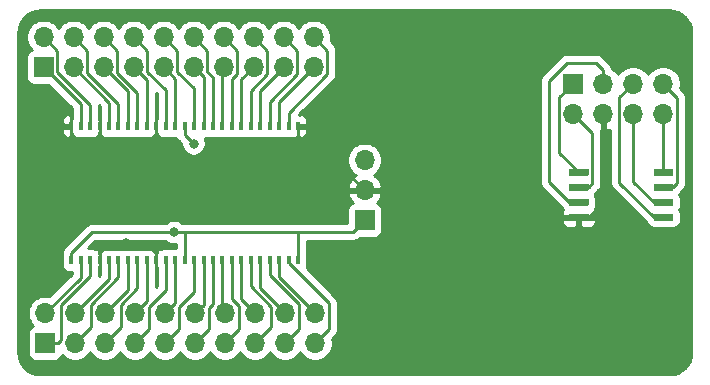
<source format=gbr>
%TF.GenerationSoftware,KiCad,Pcbnew,(5.1.8)-1*%
%TF.CreationDate,2021-12-09T12:46:22+01:00*%
%TF.ProjectId,Prototyp,50726f74-6f74-4797-902e-6b696361645f,rev?*%
%TF.SameCoordinates,Original*%
%TF.FileFunction,Copper,L1,Top*%
%TF.FilePolarity,Positive*%
%FSLAX46Y46*%
G04 Gerber Fmt 4.6, Leading zero omitted, Abs format (unit mm)*
G04 Created by KiCad (PCBNEW (5.1.8)-1) date 2021-12-09 12:46:22*
%MOMM*%
%LPD*%
G01*
G04 APERTURE LIST*
%TA.AperFunction,ComponentPad*%
%ADD10O,1.700000X1.700000*%
%TD*%
%TA.AperFunction,ComponentPad*%
%ADD11R,1.700000X1.700000*%
%TD*%
%TA.AperFunction,SMDPad,CuDef*%
%ADD12R,0.320000X0.800000*%
%TD*%
%TA.AperFunction,ViaPad*%
%ADD13C,0.800000*%
%TD*%
%TA.AperFunction,Conductor*%
%ADD14C,0.250000*%
%TD*%
%TA.AperFunction,Conductor*%
%ADD15C,0.254000*%
%TD*%
%TA.AperFunction,Conductor*%
%ADD16C,0.100000*%
%TD*%
G04 APERTURE END LIST*
D10*
%TO.P,J3,8*%
%TO.N,Net-(J3-Pad8)*%
X243332000Y-109347000D03*
%TO.P,J3,7*%
%TO.N,Net-(J3-Pad7)*%
X243332000Y-106807000D03*
%TO.P,J3,6*%
%TO.N,Net-(J3-Pad6)*%
X240792000Y-109347000D03*
%TO.P,J3,5*%
%TO.N,Net-(J3-Pad5)*%
X240792000Y-106807000D03*
%TO.P,J3,4*%
%TO.N,GND*%
X238252000Y-109347000D03*
%TO.P,J3,3*%
%TO.N,Net-(J3-Pad3)*%
X238252000Y-106807000D03*
%TO.P,J3,2*%
%TO.N,Net-(J3-Pad2)*%
X235712000Y-109347000D03*
D11*
%TO.P,J3,1*%
%TO.N,Net-(J3-Pad1)*%
X235712000Y-106807000D03*
%TD*%
D12*
%TO.P,U1,25*%
%TO.N,Net-(J4-Pad1)*%
X212419000Y-121758000D03*
%TO.P,U1,26*%
%TO.N,GND*%
X212419000Y-110398000D03*
%TO.P,U1,24*%
%TO.N,Net-(J1-Pad19)*%
X211619000Y-121758000D03*
%TO.P,U1,27*%
%TO.N,Net-(J2-Pad20)*%
X211619000Y-110398000D03*
%TO.P,U1,23*%
%TO.N,Net-(J1-Pad20)*%
X210819000Y-121758000D03*
%TO.P,U1,28*%
%TO.N,Net-(J2-Pad19)*%
X210819000Y-110398000D03*
%TO.P,U1,22*%
%TO.N,Net-(J1-Pad17)*%
X210019000Y-121758000D03*
%TO.P,U1,29*%
%TO.N,Net-(J2-Pad18)*%
X210019000Y-110398000D03*
%TO.P,U1,21*%
%TO.N,Net-(J1-Pad18)*%
X209219000Y-121758000D03*
%TO.P,U1,30*%
%TO.N,Net-(J2-Pad17)*%
X209219000Y-110398000D03*
%TO.P,U1,20*%
%TO.N,Net-(J1-Pad15)*%
X208419000Y-121758000D03*
%TO.P,U1,31*%
%TO.N,Net-(J2-Pad16)*%
X208419000Y-110398000D03*
%TO.P,U1,19*%
%TO.N,Net-(J1-Pad16)*%
X207619000Y-121758000D03*
%TO.P,U1,32*%
%TO.N,Net-(J2-Pad15)*%
X207619000Y-110398000D03*
%TO.P,U1,18*%
%TO.N,Net-(J1-Pad13)*%
X206819000Y-121758000D03*
%TO.P,U1,33*%
%TO.N,Net-(J2-Pad14)*%
X206819000Y-110398000D03*
%TO.P,U1,17*%
%TO.N,Net-(J1-Pad14)*%
X206019000Y-121758000D03*
%TO.P,U1,34*%
%TO.N,Net-(J2-Pad13)*%
X206019000Y-110398000D03*
%TO.P,U1,16*%
%TO.N,Net-(J1-Pad11)*%
X205219000Y-121758000D03*
%TO.P,U1,35*%
%TO.N,Net-(J2-Pad12)*%
X205219000Y-110398000D03*
%TO.P,U1,15*%
%TO.N,Net-(J1-Pad12)*%
X204419000Y-121758000D03*
%TO.P,U1,36*%
%TO.N,Net-(J2-Pad11)*%
X204419000Y-110398000D03*
%TO.P,U1,14*%
%TO.N,Net-(J1-Pad9)*%
X203619000Y-121758000D03*
%TO.P,U1,37*%
%TO.N,Net-(J2-Pad10)*%
X203619000Y-110398000D03*
%TO.P,U1,13*%
%TO.N,Net-(J4-Pad1)*%
X202819000Y-121758000D03*
%TO.P,U1,38*%
X202819000Y-110398000D03*
%TO.P,U1,12*%
%TO.N,Net-(J1-Pad10)*%
X202019000Y-121758000D03*
%TO.P,U1,39*%
%TO.N,Net-(J2-Pad9)*%
X202019000Y-110398000D03*
%TO.P,U1,11*%
%TO.N,Net-(J1-Pad7)*%
X201219000Y-121758000D03*
%TO.P,U1,40*%
%TO.N,Net-(J2-Pad8)*%
X201219000Y-110398000D03*
%TO.P,U1,10*%
%TO.N,GND*%
X200419000Y-121758000D03*
%TO.P,U1,41*%
X200419000Y-110398000D03*
%TO.P,U1,9*%
%TO.N,Net-(J1-Pad8)*%
X199619000Y-121758000D03*
%TO.P,U1,42*%
%TO.N,Net-(J2-Pad7)*%
X199619000Y-110398000D03*
%TO.P,U1,8*%
%TO.N,Net-(J1-Pad5)*%
X198819000Y-121758000D03*
%TO.P,U1,43*%
%TO.N,Net-(J2-Pad6)*%
X198819000Y-110398000D03*
%TO.P,U1,7*%
%TO.N,Net-(J1-Pad6)*%
X198019000Y-121758000D03*
%TO.P,U1,44*%
%TO.N,Net-(J2-Pad5)*%
X198019000Y-110398000D03*
%TO.P,U1,6*%
%TO.N,Net-(J1-Pad3)*%
X197219000Y-121758000D03*
%TO.P,U1,45*%
%TO.N,Net-(J2-Pad4)*%
X197219000Y-110398000D03*
%TO.P,U1,5*%
%TO.N,Net-(J1-Pad4)*%
X196419000Y-121758000D03*
%TO.P,U1,46*%
%TO.N,Net-(J2-Pad3)*%
X196419000Y-110398000D03*
%TO.P,U1,4*%
%TO.N,GND*%
X195619000Y-121758000D03*
%TO.P,U1,47*%
X195619000Y-110398000D03*
%TO.P,U1,3*%
%TO.N,Net-(J1-Pad1)*%
X194819000Y-121758000D03*
%TO.P,U1,48*%
%TO.N,Net-(J2-Pad2)*%
X194819000Y-110398000D03*
%TO.P,U1,2*%
%TO.N,Net-(J1-Pad2)*%
X194019000Y-121758000D03*
%TO.P,U1,49*%
%TO.N,Net-(J2-Pad1)*%
X194019000Y-110398000D03*
%TO.P,U1,1*%
%TO.N,Net-(J4-Pad1)*%
X193219000Y-121758000D03*
%TO.P,U1,50*%
%TO.N,GND*%
X193219000Y-110398000D03*
%TD*%
D10*
%TO.P,J4,3*%
%TO.N,Net-(J4-Pad3)*%
X218059000Y-113284000D03*
%TO.P,J4,2*%
%TO.N,GND*%
X218059000Y-115824000D03*
D11*
%TO.P,J4,1*%
%TO.N,Net-(J4-Pad1)*%
X218059000Y-118364000D03*
%TD*%
D10*
%TO.P,J2,20*%
%TO.N,Net-(J2-Pad20)*%
X213741000Y-102870000D03*
%TO.P,J2,19*%
%TO.N,Net-(J2-Pad19)*%
X213741000Y-105410000D03*
%TO.P,J2,18*%
%TO.N,Net-(J2-Pad18)*%
X211201000Y-102870000D03*
%TO.P,J2,17*%
%TO.N,Net-(J2-Pad17)*%
X211201000Y-105410000D03*
%TO.P,J2,16*%
%TO.N,Net-(J2-Pad16)*%
X208661000Y-102870000D03*
%TO.P,J2,15*%
%TO.N,Net-(J2-Pad15)*%
X208661000Y-105410000D03*
%TO.P,J2,14*%
%TO.N,Net-(J2-Pad14)*%
X206121000Y-102870000D03*
%TO.P,J2,13*%
%TO.N,Net-(J2-Pad13)*%
X206121000Y-105410000D03*
%TO.P,J2,12*%
%TO.N,Net-(J2-Pad12)*%
X203581000Y-102870000D03*
%TO.P,J2,11*%
%TO.N,Net-(J2-Pad11)*%
X203581000Y-105410000D03*
%TO.P,J2,10*%
%TO.N,Net-(J2-Pad10)*%
X201041000Y-102870000D03*
%TO.P,J2,9*%
%TO.N,Net-(J2-Pad9)*%
X201041000Y-105410000D03*
%TO.P,J2,8*%
%TO.N,Net-(J2-Pad8)*%
X198501000Y-102870000D03*
%TO.P,J2,7*%
%TO.N,Net-(J2-Pad7)*%
X198501000Y-105410000D03*
%TO.P,J2,6*%
%TO.N,Net-(J2-Pad6)*%
X195961000Y-102870000D03*
%TO.P,J2,5*%
%TO.N,Net-(J2-Pad5)*%
X195961000Y-105410000D03*
%TO.P,J2,4*%
%TO.N,Net-(J2-Pad4)*%
X193421000Y-102870000D03*
%TO.P,J2,3*%
%TO.N,Net-(J2-Pad3)*%
X193421000Y-105410000D03*
%TO.P,J2,2*%
%TO.N,Net-(J2-Pad2)*%
X190881000Y-102870000D03*
D11*
%TO.P,J2,1*%
%TO.N,Net-(J2-Pad1)*%
X190881000Y-105410000D03*
%TD*%
D10*
%TO.P,J1,20*%
%TO.N,Net-(J1-Pad20)*%
X213868000Y-126238000D03*
%TO.P,J1,19*%
%TO.N,Net-(J1-Pad19)*%
X213868000Y-128778000D03*
%TO.P,J1,18*%
%TO.N,Net-(J1-Pad18)*%
X211328000Y-126238000D03*
%TO.P,J1,17*%
%TO.N,Net-(J1-Pad17)*%
X211328000Y-128778000D03*
%TO.P,J1,16*%
%TO.N,Net-(J1-Pad16)*%
X208788000Y-126238000D03*
%TO.P,J1,15*%
%TO.N,Net-(J1-Pad15)*%
X208788000Y-128778000D03*
%TO.P,J1,14*%
%TO.N,Net-(J1-Pad14)*%
X206248000Y-126238000D03*
%TO.P,J1,13*%
%TO.N,Net-(J1-Pad13)*%
X206248000Y-128778000D03*
%TO.P,J1,12*%
%TO.N,Net-(J1-Pad12)*%
X203708000Y-126238000D03*
%TO.P,J1,11*%
%TO.N,Net-(J1-Pad11)*%
X203708000Y-128778000D03*
%TO.P,J1,10*%
%TO.N,Net-(J1-Pad10)*%
X201168000Y-126238000D03*
%TO.P,J1,9*%
%TO.N,Net-(J1-Pad9)*%
X201168000Y-128778000D03*
%TO.P,J1,8*%
%TO.N,Net-(J1-Pad8)*%
X198628000Y-126238000D03*
%TO.P,J1,7*%
%TO.N,Net-(J1-Pad7)*%
X198628000Y-128778000D03*
%TO.P,J1,6*%
%TO.N,Net-(J1-Pad6)*%
X196088000Y-126238000D03*
%TO.P,J1,5*%
%TO.N,Net-(J1-Pad5)*%
X196088000Y-128778000D03*
%TO.P,J1,4*%
%TO.N,Net-(J1-Pad4)*%
X193548000Y-126238000D03*
%TO.P,J1,3*%
%TO.N,Net-(J1-Pad3)*%
X193548000Y-128778000D03*
%TO.P,J1,2*%
%TO.N,Net-(J1-Pad2)*%
X191008000Y-126238000D03*
D11*
%TO.P,J1,1*%
%TO.N,Net-(J1-Pad1)*%
X191008000Y-128778000D03*
%TD*%
%TO.P,U2,8*%
%TO.N,Net-(J3-Pad8)*%
%TA.AperFunction,SMDPad,CuDef*%
G36*
G01*
X242536000Y-114549400D02*
X242536000Y-114050600D01*
G75*
G02*
X242576600Y-114010000I40600J0D01*
G01*
X244145400Y-114010000D01*
G75*
G02*
X244186000Y-114050600I0J-40600D01*
G01*
X244186000Y-114549400D01*
G75*
G02*
X244145400Y-114590000I-40600J0D01*
G01*
X242576600Y-114590000D01*
G75*
G02*
X242536000Y-114549400I0J40600D01*
G01*
G37*
%TD.AperFunction*%
%TO.P,U2,7*%
%TO.N,Net-(J3-Pad7)*%
%TA.AperFunction,SMDPad,CuDef*%
G36*
G01*
X242536000Y-115819400D02*
X242536000Y-115320600D01*
G75*
G02*
X242576600Y-115280000I40600J0D01*
G01*
X244145400Y-115280000D01*
G75*
G02*
X244186000Y-115320600I0J-40600D01*
G01*
X244186000Y-115819400D01*
G75*
G02*
X244145400Y-115860000I-40600J0D01*
G01*
X242576600Y-115860000D01*
G75*
G02*
X242536000Y-115819400I0J40600D01*
G01*
G37*
%TD.AperFunction*%
%TO.P,U2,6*%
%TO.N,Net-(J3-Pad6)*%
%TA.AperFunction,SMDPad,CuDef*%
G36*
G01*
X242536000Y-117089400D02*
X242536000Y-116590600D01*
G75*
G02*
X242576600Y-116550000I40600J0D01*
G01*
X244145400Y-116550000D01*
G75*
G02*
X244186000Y-116590600I0J-40600D01*
G01*
X244186000Y-117089400D01*
G75*
G02*
X244145400Y-117130000I-40600J0D01*
G01*
X242576600Y-117130000D01*
G75*
G02*
X242536000Y-117089400I0J40600D01*
G01*
G37*
%TD.AperFunction*%
%TO.P,U2,5*%
%TO.N,Net-(J3-Pad5)*%
%TA.AperFunction,SMDPad,CuDef*%
G36*
G01*
X242536000Y-118359400D02*
X242536000Y-117860600D01*
G75*
G02*
X242576600Y-117820000I40600J0D01*
G01*
X244145400Y-117820000D01*
G75*
G02*
X244186000Y-117860600I0J-40600D01*
G01*
X244186000Y-118359400D01*
G75*
G02*
X244145400Y-118400000I-40600J0D01*
G01*
X242576600Y-118400000D01*
G75*
G02*
X242536000Y-118359400I0J40600D01*
G01*
G37*
%TD.AperFunction*%
%TO.P,U2,4*%
%TO.N,GND*%
%TA.AperFunction,SMDPad,CuDef*%
G36*
G01*
X235366000Y-118359400D02*
X235366000Y-117860600D01*
G75*
G02*
X235406600Y-117820000I40600J0D01*
G01*
X236975400Y-117820000D01*
G75*
G02*
X237016000Y-117860600I0J-40600D01*
G01*
X237016000Y-118359400D01*
G75*
G02*
X236975400Y-118400000I-40600J0D01*
G01*
X235406600Y-118400000D01*
G75*
G02*
X235366000Y-118359400I0J40600D01*
G01*
G37*
%TD.AperFunction*%
%TO.P,U2,3*%
%TO.N,Net-(J3-Pad3)*%
%TA.AperFunction,SMDPad,CuDef*%
G36*
G01*
X235366000Y-117089400D02*
X235366000Y-116590600D01*
G75*
G02*
X235406600Y-116550000I40600J0D01*
G01*
X236975400Y-116550000D01*
G75*
G02*
X237016000Y-116590600I0J-40600D01*
G01*
X237016000Y-117089400D01*
G75*
G02*
X236975400Y-117130000I-40600J0D01*
G01*
X235406600Y-117130000D01*
G75*
G02*
X235366000Y-117089400I0J40600D01*
G01*
G37*
%TD.AperFunction*%
%TO.P,U2,2*%
%TO.N,Net-(J3-Pad2)*%
%TA.AperFunction,SMDPad,CuDef*%
G36*
G01*
X235366000Y-115819400D02*
X235366000Y-115320600D01*
G75*
G02*
X235406600Y-115280000I40600J0D01*
G01*
X236975400Y-115280000D01*
G75*
G02*
X237016000Y-115320600I0J-40600D01*
G01*
X237016000Y-115819400D01*
G75*
G02*
X236975400Y-115860000I-40600J0D01*
G01*
X235406600Y-115860000D01*
G75*
G02*
X235366000Y-115819400I0J40600D01*
G01*
G37*
%TD.AperFunction*%
%TO.P,U2,1*%
%TO.N,Net-(J3-Pad1)*%
%TA.AperFunction,SMDPad,CuDef*%
G36*
G01*
X235366000Y-114549400D02*
X235366000Y-114050600D01*
G75*
G02*
X235406600Y-114010000I40600J0D01*
G01*
X236975400Y-114010000D01*
G75*
G02*
X237016000Y-114050600I0J-40600D01*
G01*
X237016000Y-114549400D01*
G75*
G02*
X236975400Y-114590000I-40600J0D01*
G01*
X235406600Y-114590000D01*
G75*
G02*
X235366000Y-114549400I0J40600D01*
G01*
G37*
%TD.AperFunction*%
%TD*%
D13*
%TO.N,GND*%
X197866000Y-120269000D03*
X200279000Y-112776000D03*
%TO.N,Net-(J4-Pad1)*%
X203581000Y-111887000D03*
X201930000Y-119380000D03*
%TD*%
D14*
%TO.N,Net-(J1-Pad20)*%
X213868000Y-126212590D02*
X213868000Y-126238000D01*
X210819000Y-123163590D02*
X213868000Y-126212590D01*
X210819000Y-121758000D02*
X210819000Y-123163590D01*
%TO.N,Net-(J1-Pad19)*%
X215043001Y-127602999D02*
X213868000Y-128778000D01*
X215043001Y-125422001D02*
X215043001Y-127602999D01*
X211619000Y-121998000D02*
X215043001Y-125422001D01*
X211619000Y-121758000D02*
X211619000Y-121998000D01*
%TO.N,Net-(J1-Pad18)*%
X211328000Y-126236590D02*
X211328000Y-126238000D01*
X209219000Y-124127590D02*
X211328000Y-126236590D01*
X209219000Y-121758000D02*
X209219000Y-124127590D01*
%TO.N,Net-(J1-Pad17)*%
X212503001Y-127602999D02*
X211328000Y-128778000D01*
X212503001Y-125484001D02*
X212503001Y-127602999D01*
X210019000Y-123000000D02*
X212503001Y-125484001D01*
X210019000Y-121758000D02*
X210019000Y-123000000D01*
%TO.N,Net-(J1-Pad16)*%
X207619000Y-125069000D02*
X208788000Y-126238000D01*
X207619000Y-121758000D02*
X207619000Y-125069000D01*
%TO.N,Net-(J1-Pad15)*%
X210152999Y-127413001D02*
X208788000Y-128778000D01*
X210152999Y-125697999D02*
X210152999Y-127413001D01*
X208419000Y-123964000D02*
X210152999Y-125697999D01*
X208419000Y-121758000D02*
X208419000Y-123964000D01*
%TO.N,Net-(J1-Pad14)*%
X206019000Y-126009000D02*
X206248000Y-126238000D01*
X206019000Y-121758000D02*
X206019000Y-126009000D01*
%TO.N,Net-(J1-Pad13)*%
X207423001Y-127602999D02*
X206248000Y-128778000D01*
X207423001Y-125673999D02*
X207423001Y-127602999D01*
X206819000Y-125069998D02*
X207423001Y-125673999D01*
X206819000Y-121758000D02*
X206819000Y-125069998D01*
%TO.N,Net-(J1-Pad12)*%
X204419000Y-125527000D02*
X204419000Y-121758000D01*
X203708000Y-126238000D02*
X204419000Y-125527000D01*
%TO.N,Net-(J1-Pad11)*%
X204883001Y-127602999D02*
X203708000Y-128778000D01*
X204883001Y-125824999D02*
X204883001Y-127602999D01*
X205219000Y-125489000D02*
X204883001Y-125824999D01*
X205219000Y-121758000D02*
X205219000Y-125489000D01*
%TO.N,Net-(J1-Pad10)*%
X202019000Y-125387000D02*
X202019000Y-121758000D01*
X201168000Y-126238000D02*
X202019000Y-125387000D01*
%TO.N,Net-(J1-Pad9)*%
X202343001Y-127602999D02*
X201168000Y-128778000D01*
X202343001Y-125699409D02*
X202343001Y-127602999D01*
X203619000Y-124423410D02*
X202343001Y-125699409D01*
X203619000Y-121758000D02*
X203619000Y-124423410D01*
%TO.N,Net-(J1-Pad8)*%
X199619000Y-125247000D02*
X199619000Y-121758000D01*
X198628000Y-126238000D02*
X199619000Y-125247000D01*
%TO.N,Net-(J1-Pad7)*%
X199803001Y-127602999D02*
X199803001Y-125699409D01*
X201219000Y-124283410D02*
X201219000Y-121758000D01*
X199803001Y-125699409D02*
X201219000Y-124283410D01*
X198628000Y-128778000D02*
X199803001Y-127602999D01*
%TO.N,Net-(J1-Pad6)*%
X198019000Y-124307000D02*
X196088000Y-126238000D01*
X198019000Y-121758000D02*
X198019000Y-124307000D01*
%TO.N,Net-(J1-Pad5)*%
X198819000Y-124143410D02*
X198819000Y-121758000D01*
X197452999Y-125509411D02*
X198819000Y-124143410D01*
X197452999Y-127413001D02*
X197452999Y-125509411D01*
X196088000Y-128778000D02*
X197452999Y-127413001D01*
%TO.N,Net-(J1-Pad4)*%
X196419000Y-123367000D02*
X196419000Y-121758000D01*
X193548000Y-126238000D02*
X196419000Y-123367000D01*
%TO.N,Net-(J1-Pad3)*%
X197219000Y-123203410D02*
X197219000Y-121758000D01*
X194912999Y-125509411D02*
X197219000Y-123203410D01*
X194912999Y-127413001D02*
X194912999Y-125509411D01*
X193548000Y-128778000D02*
X194912999Y-127413001D01*
%TO.N,Net-(J1-Pad2)*%
X194019000Y-123227000D02*
X191008000Y-126238000D01*
X194019000Y-121758000D02*
X194019000Y-123227000D01*
%TO.N,Net-(J1-Pad1)*%
X194819000Y-123063410D02*
X194819000Y-121758000D01*
X192372999Y-128513001D02*
X192372999Y-125509411D01*
X192372999Y-125509411D02*
X194819000Y-123063410D01*
X192108000Y-128778000D02*
X192372999Y-128513001D01*
X191008000Y-128778000D02*
X192108000Y-128778000D01*
%TO.N,Net-(J2-Pad20)*%
X214916001Y-104045001D02*
X213741000Y-102870000D01*
X214916001Y-105974001D02*
X214916001Y-104045001D01*
X211619000Y-109271002D02*
X214916001Y-105974001D01*
X211619000Y-110398000D02*
X211619000Y-109271002D01*
%TO.N,Net-(J2-Pad19)*%
X210819000Y-108332000D02*
X210819000Y-110398000D01*
X213741000Y-105410000D02*
X210819000Y-108332000D01*
%TO.N,Net-(J2-Pad18)*%
X212376001Y-104045001D02*
X211201000Y-102870000D01*
X212376001Y-105974001D02*
X212376001Y-104045001D01*
X210019000Y-108331002D02*
X212376001Y-105974001D01*
X210019000Y-110398000D02*
X210019000Y-108331002D01*
%TO.N,Net-(J2-Pad17)*%
X209219000Y-107392000D02*
X209219000Y-110398000D01*
X211201000Y-105410000D02*
X209219000Y-107392000D01*
%TO.N,Net-(J2-Pad16)*%
X209836001Y-104045001D02*
X208661000Y-102870000D01*
X209836001Y-106012999D02*
X209836001Y-104045001D01*
X208419000Y-107430000D02*
X209836001Y-106012999D01*
X208419000Y-110398000D02*
X208419000Y-107430000D01*
%TO.N,Net-(J2-Pad15)*%
X207619000Y-106452000D02*
X208661000Y-105410000D01*
X207619000Y-110398000D02*
X207619000Y-106452000D01*
%TO.N,Net-(J2-Pad14)*%
X207296001Y-104045001D02*
X206121000Y-102870000D01*
X207296001Y-105974001D02*
X207296001Y-104045001D01*
X206819000Y-106451002D02*
X207296001Y-105974001D01*
X206819000Y-110398000D02*
X206819000Y-106451002D01*
%TO.N,Net-(J2-Pad13)*%
X206019000Y-105512000D02*
X206121000Y-105410000D01*
X206019000Y-110398000D02*
X206019000Y-105512000D01*
%TO.N,Net-(J2-Pad12)*%
X204756001Y-104045001D02*
X203581000Y-102870000D01*
X204756001Y-105784003D02*
X204756001Y-104045001D01*
X205219000Y-106247002D02*
X204756001Y-105784003D01*
X205219000Y-110398000D02*
X205219000Y-106247002D01*
%TO.N,Net-(J2-Pad11)*%
X204419000Y-106248000D02*
X204419000Y-110398000D01*
X203581000Y-105410000D02*
X204419000Y-106248000D01*
%TO.N,Net-(J2-Pad10)*%
X202216001Y-104045001D02*
X201041000Y-102870000D01*
X202216001Y-105784003D02*
X202216001Y-104045001D01*
X203619000Y-107187002D02*
X202216001Y-105784003D01*
X203619000Y-110398000D02*
X203619000Y-107187002D01*
%TO.N,Net-(J2-Pad9)*%
X202019000Y-106388000D02*
X201041000Y-105410000D01*
X202019000Y-110398000D02*
X202019000Y-106388000D01*
%TO.N,Net-(J2-Pad8)*%
X199676001Y-104045001D02*
X198501000Y-102870000D01*
X199676001Y-105784003D02*
X199676001Y-104045001D01*
X201219000Y-107327002D02*
X199676001Y-105784003D01*
X201219000Y-110398000D02*
X201219000Y-107327002D01*
%TO.N,Net-(J2-Pad7)*%
X199619000Y-106528000D02*
X198501000Y-105410000D01*
X199619000Y-110398000D02*
X199619000Y-106528000D01*
%TO.N,Net-(J2-Pad6)*%
X197136001Y-104045001D02*
X195961000Y-102870000D01*
X197136001Y-105948591D02*
X197136001Y-104045001D01*
X198819000Y-107631590D02*
X197136001Y-105948591D01*
X198819000Y-110398000D02*
X198819000Y-107631590D01*
%TO.N,Net-(J2-Pad5)*%
X198019000Y-107468000D02*
X195961000Y-105410000D01*
X198019000Y-110398000D02*
X198019000Y-107468000D01*
%TO.N,Net-(J2-Pad4)*%
X194596001Y-104045001D02*
X193421000Y-102870000D01*
X194596001Y-105948591D02*
X194596001Y-104045001D01*
X197219000Y-108571590D02*
X194596001Y-105948591D01*
X197219000Y-110398000D02*
X197219000Y-108571590D01*
%TO.N,Net-(J2-Pad3)*%
X196419000Y-108408000D02*
X196419000Y-110398000D01*
X193421000Y-105410000D02*
X196419000Y-108408000D01*
%TO.N,Net-(J2-Pad2)*%
X194819000Y-109911590D02*
X194819000Y-110398000D01*
X192056001Y-104045001D02*
X190881000Y-102870000D01*
X192056001Y-105823001D02*
X192056001Y-104045001D01*
X194819000Y-108586000D02*
X192056001Y-105823001D01*
X194819000Y-110398000D02*
X194819000Y-108586000D01*
%TO.N,Net-(J2-Pad1)*%
X194019000Y-110398000D02*
X194019000Y-109748000D01*
X194019000Y-108548000D02*
X190881000Y-105410000D01*
X194019000Y-110398000D02*
X194019000Y-108548000D01*
%TO.N,Net-(J3-Pad8)*%
X243361000Y-109376000D02*
X243332000Y-109347000D01*
X243361000Y-114300000D02*
X243361000Y-109376000D01*
%TO.N,Net-(J3-Pad7)*%
X244511010Y-107986010D02*
X243332000Y-106807000D01*
X244511010Y-115244990D02*
X244511010Y-107986010D01*
X244186000Y-115570000D02*
X244511010Y-115244990D01*
X243361000Y-115570000D02*
X244186000Y-115570000D01*
%TO.N,Net-(J3-Pad6)*%
X242536000Y-116840000D02*
X240792000Y-115096000D01*
X240792000Y-115096000D02*
X240792000Y-109347000D01*
X243361000Y-116840000D02*
X242536000Y-116840000D01*
%TO.N,Net-(J3-Pad5)*%
X239616999Y-107982001D02*
X240792000Y-106807000D01*
X239616999Y-115190999D02*
X239616999Y-107982001D01*
X242536000Y-118110000D02*
X239616999Y-115190999D01*
X243361000Y-118110000D02*
X242536000Y-118110000D01*
%TO.N,GND*%
X238252000Y-116874000D02*
X238252000Y-109347000D01*
X237016000Y-118110000D02*
X238252000Y-116874000D01*
X236191000Y-118110000D02*
X237016000Y-118110000D01*
%TO.N,Net-(J3-Pad3)*%
X235366000Y-116840000D02*
X236191000Y-116840000D01*
X233680000Y-115154000D02*
X235366000Y-116840000D01*
X235204998Y-105029000D02*
X233680000Y-106553998D01*
X237617000Y-105029000D02*
X235204998Y-105029000D01*
X233680000Y-106553998D02*
X233680000Y-115154000D01*
X238252000Y-105664000D02*
X237617000Y-105029000D01*
X238252000Y-106807000D02*
X238252000Y-105664000D01*
%TO.N,Net-(J3-Pad2)*%
X237341010Y-110976010D02*
X235712000Y-109347000D01*
X237341010Y-115244990D02*
X237341010Y-110976010D01*
X237016000Y-115570000D02*
X237341010Y-115244990D01*
X236191000Y-115570000D02*
X237016000Y-115570000D01*
%TO.N,Net-(J3-Pad1)*%
X234536999Y-107982001D02*
X235712000Y-106807000D01*
X234536999Y-112645999D02*
X234536999Y-107982001D01*
X236191000Y-114300000D02*
X234536999Y-112645999D01*
%TO.N,GND*%
X193219000Y-110398000D02*
X193219000Y-111048000D01*
X195619000Y-111048000D02*
X195619000Y-110398000D01*
X195619000Y-111048000D02*
X195950000Y-111379000D01*
X200419000Y-111048000D02*
X200419000Y-110398000D01*
X200088000Y-111379000D02*
X200419000Y-111048000D01*
X195950000Y-111379000D02*
X200088000Y-111379000D01*
X195619000Y-111048000D02*
X195619000Y-111086000D01*
X195619000Y-111086000D02*
X195326000Y-111379000D01*
X193550000Y-111379000D02*
X193219000Y-111048000D01*
X195326000Y-111379000D02*
X193550000Y-111379000D01*
X195619000Y-121108000D02*
X195950000Y-120777000D01*
X195619000Y-121758000D02*
X195619000Y-121108000D01*
X200419000Y-121108000D02*
X200419000Y-121758000D01*
X200088000Y-120777000D02*
X200419000Y-121108000D01*
X197866000Y-120777000D02*
X197866000Y-120269000D01*
X195950000Y-120777000D02*
X197866000Y-120777000D01*
X197866000Y-120777000D02*
X200088000Y-120777000D01*
X201149500Y-111905500D02*
X201276500Y-111905500D01*
X200279000Y-112776000D02*
X201149500Y-111905500D01*
X201276500Y-111905500D02*
X202274000Y-112903000D01*
X200419000Y-111048000D02*
X201276500Y-111905500D01*
X202274000Y-112903000D02*
X210439000Y-112903000D01*
X212419000Y-112851000D02*
X212471000Y-112903000D01*
X212419000Y-110398000D02*
X212419000Y-112851000D01*
X210439000Y-112903000D02*
X212471000Y-112903000D01*
X215138000Y-112903000D02*
X218059000Y-115824000D01*
X212471000Y-112903000D02*
X215138000Y-112903000D01*
%TO.N,Net-(J4-Pad1)*%
X193219000Y-121108000D02*
X194058000Y-120269000D01*
X193219000Y-121758000D02*
X193219000Y-121108000D01*
X202819000Y-111125000D02*
X203581000Y-111887000D01*
X202819000Y-110398000D02*
X202819000Y-111125000D01*
X194058000Y-120269000D02*
X194058000Y-120267000D01*
X194945000Y-119380000D02*
X201930000Y-119380000D01*
X194058000Y-120267000D02*
X194945000Y-119380000D01*
X201930000Y-119380000D02*
X202692000Y-119380000D01*
X202819000Y-121758000D02*
X202819000Y-119380000D01*
X202819000Y-119380000D02*
X210386002Y-119380000D01*
X202692000Y-119380000D02*
X202819000Y-119380000D01*
X212419000Y-121758000D02*
X212419000Y-119432000D01*
X212419000Y-119432000D02*
X212471000Y-119380000D01*
X210386002Y-119380000D02*
X212471000Y-119380000D01*
X217043000Y-119380000D02*
X218059000Y-118364000D01*
X212471000Y-119380000D02*
X217043000Y-119380000D01*
%TD*%
D15*
%TO.N,GND*%
X244204545Y-100647909D02*
X244555208Y-100753780D01*
X244878625Y-100925744D01*
X245162484Y-101157254D01*
X245395965Y-101439486D01*
X245570183Y-101761695D01*
X245678502Y-102111614D01*
X245720001Y-102506452D01*
X245720000Y-129507721D01*
X245681091Y-129904545D01*
X245575220Y-130255206D01*
X245403257Y-130578623D01*
X245171748Y-130862482D01*
X244889514Y-131095965D01*
X244567304Y-131270184D01*
X244217385Y-131378502D01*
X243822557Y-131420000D01*
X190659279Y-131420000D01*
X190262455Y-131381091D01*
X189911794Y-131275220D01*
X189588377Y-131103257D01*
X189304518Y-130871748D01*
X189071035Y-130589514D01*
X188896816Y-130267304D01*
X188788498Y-129917385D01*
X188747000Y-129522557D01*
X188747000Y-127928000D01*
X189519928Y-127928000D01*
X189519928Y-129628000D01*
X189532188Y-129752482D01*
X189568498Y-129872180D01*
X189627463Y-129982494D01*
X189706815Y-130079185D01*
X189803506Y-130158537D01*
X189913820Y-130217502D01*
X190033518Y-130253812D01*
X190158000Y-130266072D01*
X191858000Y-130266072D01*
X191982482Y-130253812D01*
X192102180Y-130217502D01*
X192212494Y-130158537D01*
X192309185Y-130079185D01*
X192388537Y-129982494D01*
X192447502Y-129872180D01*
X192469513Y-129799620D01*
X192601368Y-129931475D01*
X192844589Y-130093990D01*
X193114842Y-130205932D01*
X193401740Y-130263000D01*
X193694260Y-130263000D01*
X193981158Y-130205932D01*
X194251411Y-130093990D01*
X194494632Y-129931475D01*
X194701475Y-129724632D01*
X194818000Y-129550240D01*
X194934525Y-129724632D01*
X195141368Y-129931475D01*
X195384589Y-130093990D01*
X195654842Y-130205932D01*
X195941740Y-130263000D01*
X196234260Y-130263000D01*
X196521158Y-130205932D01*
X196791411Y-130093990D01*
X197034632Y-129931475D01*
X197241475Y-129724632D01*
X197358000Y-129550240D01*
X197474525Y-129724632D01*
X197681368Y-129931475D01*
X197924589Y-130093990D01*
X198194842Y-130205932D01*
X198481740Y-130263000D01*
X198774260Y-130263000D01*
X199061158Y-130205932D01*
X199331411Y-130093990D01*
X199574632Y-129931475D01*
X199781475Y-129724632D01*
X199898000Y-129550240D01*
X200014525Y-129724632D01*
X200221368Y-129931475D01*
X200464589Y-130093990D01*
X200734842Y-130205932D01*
X201021740Y-130263000D01*
X201314260Y-130263000D01*
X201601158Y-130205932D01*
X201871411Y-130093990D01*
X202114632Y-129931475D01*
X202321475Y-129724632D01*
X202438000Y-129550240D01*
X202554525Y-129724632D01*
X202761368Y-129931475D01*
X203004589Y-130093990D01*
X203274842Y-130205932D01*
X203561740Y-130263000D01*
X203854260Y-130263000D01*
X204141158Y-130205932D01*
X204411411Y-130093990D01*
X204654632Y-129931475D01*
X204861475Y-129724632D01*
X204978000Y-129550240D01*
X205094525Y-129724632D01*
X205301368Y-129931475D01*
X205544589Y-130093990D01*
X205814842Y-130205932D01*
X206101740Y-130263000D01*
X206394260Y-130263000D01*
X206681158Y-130205932D01*
X206951411Y-130093990D01*
X207194632Y-129931475D01*
X207401475Y-129724632D01*
X207518000Y-129550240D01*
X207634525Y-129724632D01*
X207841368Y-129931475D01*
X208084589Y-130093990D01*
X208354842Y-130205932D01*
X208641740Y-130263000D01*
X208934260Y-130263000D01*
X209221158Y-130205932D01*
X209491411Y-130093990D01*
X209734632Y-129931475D01*
X209941475Y-129724632D01*
X210058000Y-129550240D01*
X210174525Y-129724632D01*
X210381368Y-129931475D01*
X210624589Y-130093990D01*
X210894842Y-130205932D01*
X211181740Y-130263000D01*
X211474260Y-130263000D01*
X211761158Y-130205932D01*
X212031411Y-130093990D01*
X212274632Y-129931475D01*
X212481475Y-129724632D01*
X212598000Y-129550240D01*
X212714525Y-129724632D01*
X212921368Y-129931475D01*
X213164589Y-130093990D01*
X213434842Y-130205932D01*
X213721740Y-130263000D01*
X214014260Y-130263000D01*
X214301158Y-130205932D01*
X214571411Y-130093990D01*
X214814632Y-129931475D01*
X215021475Y-129724632D01*
X215183990Y-129481411D01*
X215295932Y-129211158D01*
X215353000Y-128924260D01*
X215353000Y-128631740D01*
X215309210Y-128411592D01*
X215554004Y-128166798D01*
X215583002Y-128143000D01*
X215677975Y-128027275D01*
X215748547Y-127895246D01*
X215792004Y-127751985D01*
X215803001Y-127640332D01*
X215803001Y-127640323D01*
X215806677Y-127603000D01*
X215803001Y-127565677D01*
X215803001Y-125459326D01*
X215806677Y-125422001D01*
X215803001Y-125384676D01*
X215803001Y-125384668D01*
X215792004Y-125273015D01*
X215748547Y-125129754D01*
X215677975Y-124997725D01*
X215583002Y-124882000D01*
X215554005Y-124858203D01*
X213143938Y-122448136D01*
X213168502Y-122402180D01*
X213204812Y-122282482D01*
X213217072Y-122158000D01*
X213217072Y-121358000D01*
X213204812Y-121233518D01*
X213179000Y-121148427D01*
X213179000Y-120140000D01*
X217005678Y-120140000D01*
X217043000Y-120143676D01*
X217080322Y-120140000D01*
X217080333Y-120140000D01*
X217191986Y-120129003D01*
X217335247Y-120085546D01*
X217467276Y-120014974D01*
X217583001Y-119920001D01*
X217606804Y-119890998D01*
X217645729Y-119852072D01*
X218909000Y-119852072D01*
X219033482Y-119839812D01*
X219153180Y-119803502D01*
X219263494Y-119744537D01*
X219360185Y-119665185D01*
X219439537Y-119568494D01*
X219498502Y-119458180D01*
X219534812Y-119338482D01*
X219547072Y-119214000D01*
X219547072Y-118400000D01*
X234727928Y-118400000D01*
X234740188Y-118524482D01*
X234776498Y-118644180D01*
X234835463Y-118754494D01*
X234914815Y-118851185D01*
X235011506Y-118930537D01*
X235121820Y-118989502D01*
X235241518Y-119025812D01*
X235366000Y-119038072D01*
X235905250Y-119035000D01*
X236064000Y-118876250D01*
X236064000Y-118237000D01*
X236318000Y-118237000D01*
X236318000Y-118876250D01*
X236476750Y-119035000D01*
X237016000Y-119038072D01*
X237140482Y-119025812D01*
X237260180Y-118989502D01*
X237370494Y-118930537D01*
X237467185Y-118851185D01*
X237546537Y-118754494D01*
X237605502Y-118644180D01*
X237641812Y-118524482D01*
X237654072Y-118400000D01*
X237651000Y-118395750D01*
X237492250Y-118237000D01*
X236318000Y-118237000D01*
X236064000Y-118237000D01*
X234889750Y-118237000D01*
X234731000Y-118395750D01*
X234727928Y-118400000D01*
X219547072Y-118400000D01*
X219547072Y-117514000D01*
X219534812Y-117389518D01*
X219498502Y-117269820D01*
X219439537Y-117159506D01*
X219360185Y-117062815D01*
X219263494Y-116983463D01*
X219153180Y-116924498D01*
X219072534Y-116900034D01*
X219156588Y-116824269D01*
X219330641Y-116590920D01*
X219455825Y-116328099D01*
X219500476Y-116180890D01*
X219379155Y-115951000D01*
X218186000Y-115951000D01*
X218186000Y-115971000D01*
X217932000Y-115971000D01*
X217932000Y-115951000D01*
X216738845Y-115951000D01*
X216617524Y-116180890D01*
X216662175Y-116328099D01*
X216787359Y-116590920D01*
X216961412Y-116824269D01*
X217045466Y-116900034D01*
X216964820Y-116924498D01*
X216854506Y-116983463D01*
X216757815Y-117062815D01*
X216678463Y-117159506D01*
X216619498Y-117269820D01*
X216583188Y-117389518D01*
X216570928Y-117514000D01*
X216570928Y-118620000D01*
X212508322Y-118620000D01*
X212470999Y-118616324D01*
X212433677Y-118620000D01*
X202856333Y-118620000D01*
X202819000Y-118616323D01*
X202781667Y-118620000D01*
X202633711Y-118620000D01*
X202589774Y-118576063D01*
X202420256Y-118462795D01*
X202231898Y-118384774D01*
X202031939Y-118345000D01*
X201828061Y-118345000D01*
X201628102Y-118384774D01*
X201439744Y-118462795D01*
X201270226Y-118576063D01*
X201226289Y-118620000D01*
X194982322Y-118620000D01*
X194944999Y-118616324D01*
X194907676Y-118620000D01*
X194907667Y-118620000D01*
X194796014Y-118630997D01*
X194652753Y-118674454D01*
X194520724Y-118745026D01*
X194520722Y-118745027D01*
X194520723Y-118745027D01*
X194433996Y-118816201D01*
X194433992Y-118816205D01*
X194404999Y-118839999D01*
X194381205Y-118868992D01*
X193547001Y-119703198D01*
X193517999Y-119726999D01*
X193485047Y-119767151D01*
X192707998Y-120544201D01*
X192679000Y-120567999D01*
X192655202Y-120596997D01*
X192655201Y-120596998D01*
X192584026Y-120683724D01*
X192538713Y-120768498D01*
X192513454Y-120815753D01*
X192469997Y-120959014D01*
X192459000Y-121070667D01*
X192459000Y-121070678D01*
X192455324Y-121108000D01*
X192459000Y-121145322D01*
X192459000Y-121148427D01*
X192433188Y-121233518D01*
X192420928Y-121358000D01*
X192420928Y-122158000D01*
X192433188Y-122282482D01*
X192469498Y-122402180D01*
X192528463Y-122512494D01*
X192607815Y-122609185D01*
X192704506Y-122688537D01*
X192814820Y-122747502D01*
X192934518Y-122783812D01*
X193059000Y-122796072D01*
X193259001Y-122796072D01*
X193259001Y-122912197D01*
X191374408Y-124796791D01*
X191154260Y-124753000D01*
X190861740Y-124753000D01*
X190574842Y-124810068D01*
X190304589Y-124922010D01*
X190061368Y-125084525D01*
X189854525Y-125291368D01*
X189692010Y-125534589D01*
X189580068Y-125804842D01*
X189523000Y-126091740D01*
X189523000Y-126384260D01*
X189580068Y-126671158D01*
X189692010Y-126941411D01*
X189854525Y-127184632D01*
X189986380Y-127316487D01*
X189913820Y-127338498D01*
X189803506Y-127397463D01*
X189706815Y-127476815D01*
X189627463Y-127573506D01*
X189568498Y-127683820D01*
X189532188Y-127803518D01*
X189519928Y-127928000D01*
X188747000Y-127928000D01*
X188747000Y-113137740D01*
X216574000Y-113137740D01*
X216574000Y-113430260D01*
X216631068Y-113717158D01*
X216743010Y-113987411D01*
X216905525Y-114230632D01*
X217112368Y-114437475D01*
X217294534Y-114559195D01*
X217177645Y-114628822D01*
X216961412Y-114823731D01*
X216787359Y-115057080D01*
X216662175Y-115319901D01*
X216617524Y-115467110D01*
X216738845Y-115697000D01*
X217932000Y-115697000D01*
X217932000Y-115677000D01*
X218186000Y-115677000D01*
X218186000Y-115697000D01*
X219379155Y-115697000D01*
X219500476Y-115467110D01*
X219455825Y-115319901D01*
X219330641Y-115057080D01*
X219156588Y-114823731D01*
X218940355Y-114628822D01*
X218823466Y-114559195D01*
X219005632Y-114437475D01*
X219212475Y-114230632D01*
X219374990Y-113987411D01*
X219486932Y-113717158D01*
X219544000Y-113430260D01*
X219544000Y-113137740D01*
X219486932Y-112850842D01*
X219374990Y-112580589D01*
X219212475Y-112337368D01*
X219005632Y-112130525D01*
X218762411Y-111968010D01*
X218492158Y-111856068D01*
X218205260Y-111799000D01*
X217912740Y-111799000D01*
X217625842Y-111856068D01*
X217355589Y-111968010D01*
X217112368Y-112130525D01*
X216905525Y-112337368D01*
X216743010Y-112580589D01*
X216631068Y-112850842D01*
X216574000Y-113137740D01*
X188747000Y-113137740D01*
X188747000Y-110783886D01*
X192421084Y-110783886D01*
X192430588Y-110908608D01*
X192464241Y-111029080D01*
X192520751Y-111140672D01*
X192597945Y-111239094D01*
X192692857Y-111320566D01*
X192801840Y-111381956D01*
X192920706Y-111420905D01*
X193027250Y-111433000D01*
X193186000Y-111274250D01*
X193186000Y-110525000D01*
X192582750Y-110525000D01*
X192424000Y-110683750D01*
X192421084Y-110783886D01*
X188747000Y-110783886D01*
X188747000Y-110012114D01*
X192421084Y-110012114D01*
X192424000Y-110112250D01*
X192582750Y-110271000D01*
X193186000Y-110271000D01*
X193186000Y-109521750D01*
X193027250Y-109363000D01*
X192920706Y-109375095D01*
X192801840Y-109414044D01*
X192692857Y-109475434D01*
X192597945Y-109556906D01*
X192520751Y-109655328D01*
X192464241Y-109766920D01*
X192430588Y-109887392D01*
X192421084Y-110012114D01*
X188747000Y-110012114D01*
X188747000Y-104560000D01*
X189392928Y-104560000D01*
X189392928Y-106260000D01*
X189405188Y-106384482D01*
X189441498Y-106504180D01*
X189500463Y-106614494D01*
X189579815Y-106711185D01*
X189676506Y-106790537D01*
X189786820Y-106849502D01*
X189906518Y-106885812D01*
X190031000Y-106898072D01*
X191294271Y-106898072D01*
X193259001Y-108862803D01*
X193259000Y-109514750D01*
X193252000Y-109521750D01*
X193252000Y-109811503D01*
X193233188Y-109873518D01*
X193220928Y-109998000D01*
X193220928Y-110798000D01*
X193233188Y-110922482D01*
X193252000Y-110984497D01*
X193252000Y-111274250D01*
X193410750Y-111433000D01*
X193517294Y-111420905D01*
X193617112Y-111388197D01*
X193734518Y-111423812D01*
X193859000Y-111436072D01*
X194179000Y-111436072D01*
X194303482Y-111423812D01*
X194419000Y-111388770D01*
X194534518Y-111423812D01*
X194659000Y-111436072D01*
X194979000Y-111436072D01*
X195103482Y-111423812D01*
X195220888Y-111388197D01*
X195320706Y-111420905D01*
X195427250Y-111433000D01*
X195586000Y-111274250D01*
X195586000Y-110984497D01*
X195604812Y-110922482D01*
X195617072Y-110798000D01*
X195617072Y-109998000D01*
X195604812Y-109873518D01*
X195586000Y-109811503D01*
X195586000Y-109521750D01*
X195579000Y-109514750D01*
X195579000Y-108642802D01*
X195659000Y-108722802D01*
X195659001Y-109514749D01*
X195652000Y-109521750D01*
X195652000Y-109811503D01*
X195633188Y-109873518D01*
X195620928Y-109998000D01*
X195620928Y-110798000D01*
X195633188Y-110922482D01*
X195652000Y-110984497D01*
X195652000Y-111274250D01*
X195810750Y-111433000D01*
X195917294Y-111420905D01*
X196017112Y-111388197D01*
X196134518Y-111423812D01*
X196259000Y-111436072D01*
X196579000Y-111436072D01*
X196703482Y-111423812D01*
X196819000Y-111388770D01*
X196934518Y-111423812D01*
X197059000Y-111436072D01*
X197379000Y-111436072D01*
X197503482Y-111423812D01*
X197619000Y-111388770D01*
X197734518Y-111423812D01*
X197859000Y-111436072D01*
X198179000Y-111436072D01*
X198303482Y-111423812D01*
X198419000Y-111388770D01*
X198534518Y-111423812D01*
X198659000Y-111436072D01*
X198979000Y-111436072D01*
X199103482Y-111423812D01*
X199219000Y-111388770D01*
X199334518Y-111423812D01*
X199459000Y-111436072D01*
X199779000Y-111436072D01*
X199903482Y-111423812D01*
X200020888Y-111388197D01*
X200120706Y-111420905D01*
X200227250Y-111433000D01*
X200386000Y-111274250D01*
X200386000Y-110984497D01*
X200404812Y-110922482D01*
X200417072Y-110798000D01*
X200417072Y-109998000D01*
X200404812Y-109873518D01*
X200386000Y-109811503D01*
X200386000Y-109521750D01*
X200379000Y-109514750D01*
X200379000Y-107561804D01*
X200459001Y-107641805D01*
X200459000Y-109514750D01*
X200452000Y-109521750D01*
X200452000Y-109811503D01*
X200433188Y-109873518D01*
X200420928Y-109998000D01*
X200420928Y-110798000D01*
X200433188Y-110922482D01*
X200452000Y-110984497D01*
X200452000Y-111274250D01*
X200610750Y-111433000D01*
X200717294Y-111420905D01*
X200817112Y-111388197D01*
X200934518Y-111423812D01*
X201059000Y-111436072D01*
X201379000Y-111436072D01*
X201503482Y-111423812D01*
X201619000Y-111388770D01*
X201734518Y-111423812D01*
X201859000Y-111436072D01*
X202123517Y-111436072D01*
X202184026Y-111549276D01*
X202234669Y-111610984D01*
X202279000Y-111665001D01*
X202307998Y-111688799D01*
X202546000Y-111926801D01*
X202546000Y-111988939D01*
X202585774Y-112188898D01*
X202663795Y-112377256D01*
X202777063Y-112546774D01*
X202921226Y-112690937D01*
X203090744Y-112804205D01*
X203279102Y-112882226D01*
X203479061Y-112922000D01*
X203682939Y-112922000D01*
X203882898Y-112882226D01*
X204071256Y-112804205D01*
X204240774Y-112690937D01*
X204384937Y-112546774D01*
X204498205Y-112377256D01*
X204576226Y-112188898D01*
X204616000Y-111988939D01*
X204616000Y-111785061D01*
X204576226Y-111585102D01*
X204514495Y-111436072D01*
X204579000Y-111436072D01*
X204703482Y-111423812D01*
X204819000Y-111388770D01*
X204934518Y-111423812D01*
X205059000Y-111436072D01*
X205379000Y-111436072D01*
X205503482Y-111423812D01*
X205619000Y-111388770D01*
X205734518Y-111423812D01*
X205859000Y-111436072D01*
X206179000Y-111436072D01*
X206303482Y-111423812D01*
X206419000Y-111388770D01*
X206534518Y-111423812D01*
X206659000Y-111436072D01*
X206979000Y-111436072D01*
X207103482Y-111423812D01*
X207219000Y-111388770D01*
X207334518Y-111423812D01*
X207459000Y-111436072D01*
X207779000Y-111436072D01*
X207903482Y-111423812D01*
X208019000Y-111388770D01*
X208134518Y-111423812D01*
X208259000Y-111436072D01*
X208579000Y-111436072D01*
X208703482Y-111423812D01*
X208819000Y-111388770D01*
X208934518Y-111423812D01*
X209059000Y-111436072D01*
X209379000Y-111436072D01*
X209503482Y-111423812D01*
X209619000Y-111388770D01*
X209734518Y-111423812D01*
X209859000Y-111436072D01*
X210179000Y-111436072D01*
X210303482Y-111423812D01*
X210419000Y-111388770D01*
X210534518Y-111423812D01*
X210659000Y-111436072D01*
X210979000Y-111436072D01*
X211103482Y-111423812D01*
X211219000Y-111388770D01*
X211334518Y-111423812D01*
X211459000Y-111436072D01*
X211779000Y-111436072D01*
X211903482Y-111423812D01*
X212020888Y-111388197D01*
X212120706Y-111420905D01*
X212227250Y-111433000D01*
X212386000Y-111274250D01*
X212386000Y-110984497D01*
X212404812Y-110922482D01*
X212417072Y-110798000D01*
X212417072Y-110525000D01*
X212452000Y-110525000D01*
X212452000Y-111274250D01*
X212610750Y-111433000D01*
X212717294Y-111420905D01*
X212836160Y-111381956D01*
X212945143Y-111320566D01*
X213040055Y-111239094D01*
X213117249Y-111140672D01*
X213173759Y-111029080D01*
X213207412Y-110908608D01*
X213216916Y-110783886D01*
X213214000Y-110683750D01*
X213055250Y-110525000D01*
X212452000Y-110525000D01*
X212417072Y-110525000D01*
X212417072Y-110251000D01*
X212452000Y-110251000D01*
X212452000Y-110271000D01*
X213055250Y-110271000D01*
X213214000Y-110112250D01*
X213216916Y-110012114D01*
X213207412Y-109887392D01*
X213173759Y-109766920D01*
X213117249Y-109655328D01*
X213040055Y-109556906D01*
X212945143Y-109475434D01*
X212836160Y-109414044D01*
X212717294Y-109375095D01*
X212610750Y-109363000D01*
X212546002Y-109427748D01*
X212546002Y-109418801D01*
X215410805Y-106553998D01*
X232916324Y-106553998D01*
X232920000Y-106591320D01*
X232920001Y-115116668D01*
X232916324Y-115154000D01*
X232930998Y-115302985D01*
X232974454Y-115446246D01*
X233045026Y-115578276D01*
X233116201Y-115665002D01*
X233140000Y-115694001D01*
X233168998Y-115717799D01*
X234770564Y-117319366D01*
X234779589Y-117349117D01*
X234839301Y-117460830D01*
X234835463Y-117465506D01*
X234776498Y-117575820D01*
X234740188Y-117695518D01*
X234727928Y-117820000D01*
X234731000Y-117824250D01*
X234889750Y-117983000D01*
X236064000Y-117983000D01*
X236064000Y-117963000D01*
X236318000Y-117963000D01*
X236318000Y-117983000D01*
X237492250Y-117983000D01*
X237651000Y-117824250D01*
X237654072Y-117820000D01*
X237641812Y-117695518D01*
X237605502Y-117575820D01*
X237546537Y-117465506D01*
X237542699Y-117460830D01*
X237602411Y-117349117D01*
X237641032Y-117221802D01*
X237654072Y-117089400D01*
X237654072Y-116590600D01*
X237641032Y-116458198D01*
X237602411Y-116330883D01*
X237539695Y-116213550D01*
X237532678Y-116205000D01*
X237539695Y-116196450D01*
X237602411Y-116079117D01*
X237611436Y-116049365D01*
X237852008Y-115808793D01*
X237881011Y-115784991D01*
X237975984Y-115669266D01*
X238046556Y-115537237D01*
X238090013Y-115393976D01*
X238101010Y-115282323D01*
X238101010Y-115282322D01*
X238104687Y-115244990D01*
X238101010Y-115207657D01*
X238101010Y-111013332D01*
X238104686Y-110976009D01*
X238101010Y-110938686D01*
X238101010Y-110938677D01*
X238090013Y-110827024D01*
X238053038Y-110705132D01*
X238125000Y-110667155D01*
X238125000Y-109474000D01*
X238105000Y-109474000D01*
X238105000Y-109220000D01*
X238125000Y-109220000D01*
X238125000Y-109200000D01*
X238379000Y-109200000D01*
X238379000Y-109220000D01*
X238399000Y-109220000D01*
X238399000Y-109474000D01*
X238379000Y-109474000D01*
X238379000Y-110667155D01*
X238608890Y-110788476D01*
X238756099Y-110743825D01*
X238857000Y-110695765D01*
X238856999Y-115153676D01*
X238853323Y-115190999D01*
X238856999Y-115228321D01*
X238856999Y-115228331D01*
X238867996Y-115339984D01*
X238892576Y-115421014D01*
X238911453Y-115483245D01*
X238982025Y-115615275D01*
X238999035Y-115636001D01*
X239076998Y-115731000D01*
X239106002Y-115754803D01*
X241940564Y-118589366D01*
X241949589Y-118619117D01*
X242012305Y-118736450D01*
X242096706Y-118839294D01*
X242199550Y-118923695D01*
X242316883Y-118986411D01*
X242444198Y-119025032D01*
X242576600Y-119038072D01*
X244145400Y-119038072D01*
X244277802Y-119025032D01*
X244405117Y-118986411D01*
X244522450Y-118923695D01*
X244625294Y-118839294D01*
X244709695Y-118736450D01*
X244772411Y-118619117D01*
X244811032Y-118491802D01*
X244824072Y-118359400D01*
X244824072Y-117860600D01*
X244811032Y-117728198D01*
X244772411Y-117600883D01*
X244709695Y-117483550D01*
X244702678Y-117475000D01*
X244709695Y-117466450D01*
X244772411Y-117349117D01*
X244811032Y-117221802D01*
X244824072Y-117089400D01*
X244824072Y-116590600D01*
X244811032Y-116458198D01*
X244772411Y-116330883D01*
X244709695Y-116213550D01*
X244702678Y-116205000D01*
X244709695Y-116196450D01*
X244772411Y-116079117D01*
X244781436Y-116049365D01*
X245022008Y-115808793D01*
X245051011Y-115784991D01*
X245145984Y-115669266D01*
X245216556Y-115537237D01*
X245260013Y-115393976D01*
X245271010Y-115282323D01*
X245271010Y-115282322D01*
X245274687Y-115244990D01*
X245271010Y-115207657D01*
X245271010Y-108023333D01*
X245274686Y-107986010D01*
X245271010Y-107948687D01*
X245271010Y-107948677D01*
X245260013Y-107837024D01*
X245216556Y-107693763D01*
X245197973Y-107658997D01*
X245145984Y-107561733D01*
X245074809Y-107475007D01*
X245051011Y-107446009D01*
X245022013Y-107422211D01*
X244773210Y-107173408D01*
X244817000Y-106953260D01*
X244817000Y-106660740D01*
X244759932Y-106373842D01*
X244647990Y-106103589D01*
X244485475Y-105860368D01*
X244278632Y-105653525D01*
X244035411Y-105491010D01*
X243765158Y-105379068D01*
X243478260Y-105322000D01*
X243185740Y-105322000D01*
X242898842Y-105379068D01*
X242628589Y-105491010D01*
X242385368Y-105653525D01*
X242178525Y-105860368D01*
X242062000Y-106034760D01*
X241945475Y-105860368D01*
X241738632Y-105653525D01*
X241495411Y-105491010D01*
X241225158Y-105379068D01*
X240938260Y-105322000D01*
X240645740Y-105322000D01*
X240358842Y-105379068D01*
X240088589Y-105491010D01*
X239845368Y-105653525D01*
X239638525Y-105860368D01*
X239522000Y-106034760D01*
X239405475Y-105860368D01*
X239198632Y-105653525D01*
X239001684Y-105521929D01*
X239001003Y-105515014D01*
X238957546Y-105371753D01*
X238886974Y-105239724D01*
X238815799Y-105152997D01*
X238792001Y-105123999D01*
X238763002Y-105100200D01*
X238180803Y-104518002D01*
X238157001Y-104488999D01*
X238041276Y-104394026D01*
X237909247Y-104323454D01*
X237765986Y-104279997D01*
X237654333Y-104269000D01*
X237654322Y-104269000D01*
X237617000Y-104265324D01*
X237579678Y-104269000D01*
X235242321Y-104269000D01*
X235204998Y-104265324D01*
X235167675Y-104269000D01*
X235167665Y-104269000D01*
X235056012Y-104279997D01*
X234912751Y-104323454D01*
X234780722Y-104394026D01*
X234664997Y-104488999D01*
X234641199Y-104517997D01*
X233169003Y-105990194D01*
X233139999Y-106013997D01*
X233103889Y-106057998D01*
X233045026Y-106129722D01*
X232988351Y-106235753D01*
X232974454Y-106261752D01*
X232930997Y-106405013D01*
X232920000Y-106516666D01*
X232920000Y-106516676D01*
X232916324Y-106553998D01*
X215410805Y-106553998D01*
X215427005Y-106537799D01*
X215456002Y-106514002D01*
X215550975Y-106398277D01*
X215621547Y-106266248D01*
X215665004Y-106122987D01*
X215676001Y-106011334D01*
X215676001Y-106011333D01*
X215679678Y-105974001D01*
X215676001Y-105936668D01*
X215676001Y-104082323D01*
X215679677Y-104045000D01*
X215676001Y-104007677D01*
X215676001Y-104007668D01*
X215665004Y-103896015D01*
X215621547Y-103752754D01*
X215550975Y-103620725D01*
X215456002Y-103505000D01*
X215427004Y-103481202D01*
X215182210Y-103236408D01*
X215226000Y-103016260D01*
X215226000Y-102723740D01*
X215168932Y-102436842D01*
X215056990Y-102166589D01*
X214894475Y-101923368D01*
X214687632Y-101716525D01*
X214444411Y-101554010D01*
X214174158Y-101442068D01*
X213887260Y-101385000D01*
X213594740Y-101385000D01*
X213307842Y-101442068D01*
X213037589Y-101554010D01*
X212794368Y-101716525D01*
X212587525Y-101923368D01*
X212471000Y-102097760D01*
X212354475Y-101923368D01*
X212147632Y-101716525D01*
X211904411Y-101554010D01*
X211634158Y-101442068D01*
X211347260Y-101385000D01*
X211054740Y-101385000D01*
X210767842Y-101442068D01*
X210497589Y-101554010D01*
X210254368Y-101716525D01*
X210047525Y-101923368D01*
X209931000Y-102097760D01*
X209814475Y-101923368D01*
X209607632Y-101716525D01*
X209364411Y-101554010D01*
X209094158Y-101442068D01*
X208807260Y-101385000D01*
X208514740Y-101385000D01*
X208227842Y-101442068D01*
X207957589Y-101554010D01*
X207714368Y-101716525D01*
X207507525Y-101923368D01*
X207391000Y-102097760D01*
X207274475Y-101923368D01*
X207067632Y-101716525D01*
X206824411Y-101554010D01*
X206554158Y-101442068D01*
X206267260Y-101385000D01*
X205974740Y-101385000D01*
X205687842Y-101442068D01*
X205417589Y-101554010D01*
X205174368Y-101716525D01*
X204967525Y-101923368D01*
X204851000Y-102097760D01*
X204734475Y-101923368D01*
X204527632Y-101716525D01*
X204284411Y-101554010D01*
X204014158Y-101442068D01*
X203727260Y-101385000D01*
X203434740Y-101385000D01*
X203147842Y-101442068D01*
X202877589Y-101554010D01*
X202634368Y-101716525D01*
X202427525Y-101923368D01*
X202311000Y-102097760D01*
X202194475Y-101923368D01*
X201987632Y-101716525D01*
X201744411Y-101554010D01*
X201474158Y-101442068D01*
X201187260Y-101385000D01*
X200894740Y-101385000D01*
X200607842Y-101442068D01*
X200337589Y-101554010D01*
X200094368Y-101716525D01*
X199887525Y-101923368D01*
X199771000Y-102097760D01*
X199654475Y-101923368D01*
X199447632Y-101716525D01*
X199204411Y-101554010D01*
X198934158Y-101442068D01*
X198647260Y-101385000D01*
X198354740Y-101385000D01*
X198067842Y-101442068D01*
X197797589Y-101554010D01*
X197554368Y-101716525D01*
X197347525Y-101923368D01*
X197231000Y-102097760D01*
X197114475Y-101923368D01*
X196907632Y-101716525D01*
X196664411Y-101554010D01*
X196394158Y-101442068D01*
X196107260Y-101385000D01*
X195814740Y-101385000D01*
X195527842Y-101442068D01*
X195257589Y-101554010D01*
X195014368Y-101716525D01*
X194807525Y-101923368D01*
X194691000Y-102097760D01*
X194574475Y-101923368D01*
X194367632Y-101716525D01*
X194124411Y-101554010D01*
X193854158Y-101442068D01*
X193567260Y-101385000D01*
X193274740Y-101385000D01*
X192987842Y-101442068D01*
X192717589Y-101554010D01*
X192474368Y-101716525D01*
X192267525Y-101923368D01*
X192151000Y-102097760D01*
X192034475Y-101923368D01*
X191827632Y-101716525D01*
X191584411Y-101554010D01*
X191314158Y-101442068D01*
X191027260Y-101385000D01*
X190734740Y-101385000D01*
X190447842Y-101442068D01*
X190177589Y-101554010D01*
X189934368Y-101716525D01*
X189727525Y-101923368D01*
X189565010Y-102166589D01*
X189453068Y-102436842D01*
X189396000Y-102723740D01*
X189396000Y-103016260D01*
X189453068Y-103303158D01*
X189565010Y-103573411D01*
X189727525Y-103816632D01*
X189859380Y-103948487D01*
X189786820Y-103970498D01*
X189676506Y-104029463D01*
X189579815Y-104108815D01*
X189500463Y-104205506D01*
X189441498Y-104315820D01*
X189405188Y-104435518D01*
X189392928Y-104560000D01*
X188747000Y-104560000D01*
X188747000Y-102521279D01*
X188785909Y-102124455D01*
X188891780Y-101773792D01*
X189063744Y-101450375D01*
X189295254Y-101166516D01*
X189577486Y-100933035D01*
X189899695Y-100758817D01*
X190249614Y-100650498D01*
X190644443Y-100609000D01*
X243807721Y-100609000D01*
X244204545Y-100647909D01*
%TA.AperFunction,Conductor*%
D16*
G36*
X244204545Y-100647909D02*
G01*
X244555208Y-100753780D01*
X244878625Y-100925744D01*
X245162484Y-101157254D01*
X245395965Y-101439486D01*
X245570183Y-101761695D01*
X245678502Y-102111614D01*
X245720001Y-102506452D01*
X245720000Y-129507721D01*
X245681091Y-129904545D01*
X245575220Y-130255206D01*
X245403257Y-130578623D01*
X245171748Y-130862482D01*
X244889514Y-131095965D01*
X244567304Y-131270184D01*
X244217385Y-131378502D01*
X243822557Y-131420000D01*
X190659279Y-131420000D01*
X190262455Y-131381091D01*
X189911794Y-131275220D01*
X189588377Y-131103257D01*
X189304518Y-130871748D01*
X189071035Y-130589514D01*
X188896816Y-130267304D01*
X188788498Y-129917385D01*
X188747000Y-129522557D01*
X188747000Y-127928000D01*
X189519928Y-127928000D01*
X189519928Y-129628000D01*
X189532188Y-129752482D01*
X189568498Y-129872180D01*
X189627463Y-129982494D01*
X189706815Y-130079185D01*
X189803506Y-130158537D01*
X189913820Y-130217502D01*
X190033518Y-130253812D01*
X190158000Y-130266072D01*
X191858000Y-130266072D01*
X191982482Y-130253812D01*
X192102180Y-130217502D01*
X192212494Y-130158537D01*
X192309185Y-130079185D01*
X192388537Y-129982494D01*
X192447502Y-129872180D01*
X192469513Y-129799620D01*
X192601368Y-129931475D01*
X192844589Y-130093990D01*
X193114842Y-130205932D01*
X193401740Y-130263000D01*
X193694260Y-130263000D01*
X193981158Y-130205932D01*
X194251411Y-130093990D01*
X194494632Y-129931475D01*
X194701475Y-129724632D01*
X194818000Y-129550240D01*
X194934525Y-129724632D01*
X195141368Y-129931475D01*
X195384589Y-130093990D01*
X195654842Y-130205932D01*
X195941740Y-130263000D01*
X196234260Y-130263000D01*
X196521158Y-130205932D01*
X196791411Y-130093990D01*
X197034632Y-129931475D01*
X197241475Y-129724632D01*
X197358000Y-129550240D01*
X197474525Y-129724632D01*
X197681368Y-129931475D01*
X197924589Y-130093990D01*
X198194842Y-130205932D01*
X198481740Y-130263000D01*
X198774260Y-130263000D01*
X199061158Y-130205932D01*
X199331411Y-130093990D01*
X199574632Y-129931475D01*
X199781475Y-129724632D01*
X199898000Y-129550240D01*
X200014525Y-129724632D01*
X200221368Y-129931475D01*
X200464589Y-130093990D01*
X200734842Y-130205932D01*
X201021740Y-130263000D01*
X201314260Y-130263000D01*
X201601158Y-130205932D01*
X201871411Y-130093990D01*
X202114632Y-129931475D01*
X202321475Y-129724632D01*
X202438000Y-129550240D01*
X202554525Y-129724632D01*
X202761368Y-129931475D01*
X203004589Y-130093990D01*
X203274842Y-130205932D01*
X203561740Y-130263000D01*
X203854260Y-130263000D01*
X204141158Y-130205932D01*
X204411411Y-130093990D01*
X204654632Y-129931475D01*
X204861475Y-129724632D01*
X204978000Y-129550240D01*
X205094525Y-129724632D01*
X205301368Y-129931475D01*
X205544589Y-130093990D01*
X205814842Y-130205932D01*
X206101740Y-130263000D01*
X206394260Y-130263000D01*
X206681158Y-130205932D01*
X206951411Y-130093990D01*
X207194632Y-129931475D01*
X207401475Y-129724632D01*
X207518000Y-129550240D01*
X207634525Y-129724632D01*
X207841368Y-129931475D01*
X208084589Y-130093990D01*
X208354842Y-130205932D01*
X208641740Y-130263000D01*
X208934260Y-130263000D01*
X209221158Y-130205932D01*
X209491411Y-130093990D01*
X209734632Y-129931475D01*
X209941475Y-129724632D01*
X210058000Y-129550240D01*
X210174525Y-129724632D01*
X210381368Y-129931475D01*
X210624589Y-130093990D01*
X210894842Y-130205932D01*
X211181740Y-130263000D01*
X211474260Y-130263000D01*
X211761158Y-130205932D01*
X212031411Y-130093990D01*
X212274632Y-129931475D01*
X212481475Y-129724632D01*
X212598000Y-129550240D01*
X212714525Y-129724632D01*
X212921368Y-129931475D01*
X213164589Y-130093990D01*
X213434842Y-130205932D01*
X213721740Y-130263000D01*
X214014260Y-130263000D01*
X214301158Y-130205932D01*
X214571411Y-130093990D01*
X214814632Y-129931475D01*
X215021475Y-129724632D01*
X215183990Y-129481411D01*
X215295932Y-129211158D01*
X215353000Y-128924260D01*
X215353000Y-128631740D01*
X215309210Y-128411592D01*
X215554004Y-128166798D01*
X215583002Y-128143000D01*
X215677975Y-128027275D01*
X215748547Y-127895246D01*
X215792004Y-127751985D01*
X215803001Y-127640332D01*
X215803001Y-127640323D01*
X215806677Y-127603000D01*
X215803001Y-127565677D01*
X215803001Y-125459326D01*
X215806677Y-125422001D01*
X215803001Y-125384676D01*
X215803001Y-125384668D01*
X215792004Y-125273015D01*
X215748547Y-125129754D01*
X215677975Y-124997725D01*
X215583002Y-124882000D01*
X215554005Y-124858203D01*
X213143938Y-122448136D01*
X213168502Y-122402180D01*
X213204812Y-122282482D01*
X213217072Y-122158000D01*
X213217072Y-121358000D01*
X213204812Y-121233518D01*
X213179000Y-121148427D01*
X213179000Y-120140000D01*
X217005678Y-120140000D01*
X217043000Y-120143676D01*
X217080322Y-120140000D01*
X217080333Y-120140000D01*
X217191986Y-120129003D01*
X217335247Y-120085546D01*
X217467276Y-120014974D01*
X217583001Y-119920001D01*
X217606804Y-119890998D01*
X217645729Y-119852072D01*
X218909000Y-119852072D01*
X219033482Y-119839812D01*
X219153180Y-119803502D01*
X219263494Y-119744537D01*
X219360185Y-119665185D01*
X219439537Y-119568494D01*
X219498502Y-119458180D01*
X219534812Y-119338482D01*
X219547072Y-119214000D01*
X219547072Y-118400000D01*
X234727928Y-118400000D01*
X234740188Y-118524482D01*
X234776498Y-118644180D01*
X234835463Y-118754494D01*
X234914815Y-118851185D01*
X235011506Y-118930537D01*
X235121820Y-118989502D01*
X235241518Y-119025812D01*
X235366000Y-119038072D01*
X235905250Y-119035000D01*
X236064000Y-118876250D01*
X236064000Y-118237000D01*
X236318000Y-118237000D01*
X236318000Y-118876250D01*
X236476750Y-119035000D01*
X237016000Y-119038072D01*
X237140482Y-119025812D01*
X237260180Y-118989502D01*
X237370494Y-118930537D01*
X237467185Y-118851185D01*
X237546537Y-118754494D01*
X237605502Y-118644180D01*
X237641812Y-118524482D01*
X237654072Y-118400000D01*
X237651000Y-118395750D01*
X237492250Y-118237000D01*
X236318000Y-118237000D01*
X236064000Y-118237000D01*
X234889750Y-118237000D01*
X234731000Y-118395750D01*
X234727928Y-118400000D01*
X219547072Y-118400000D01*
X219547072Y-117514000D01*
X219534812Y-117389518D01*
X219498502Y-117269820D01*
X219439537Y-117159506D01*
X219360185Y-117062815D01*
X219263494Y-116983463D01*
X219153180Y-116924498D01*
X219072534Y-116900034D01*
X219156588Y-116824269D01*
X219330641Y-116590920D01*
X219455825Y-116328099D01*
X219500476Y-116180890D01*
X219379155Y-115951000D01*
X218186000Y-115951000D01*
X218186000Y-115971000D01*
X217932000Y-115971000D01*
X217932000Y-115951000D01*
X216738845Y-115951000D01*
X216617524Y-116180890D01*
X216662175Y-116328099D01*
X216787359Y-116590920D01*
X216961412Y-116824269D01*
X217045466Y-116900034D01*
X216964820Y-116924498D01*
X216854506Y-116983463D01*
X216757815Y-117062815D01*
X216678463Y-117159506D01*
X216619498Y-117269820D01*
X216583188Y-117389518D01*
X216570928Y-117514000D01*
X216570928Y-118620000D01*
X212508322Y-118620000D01*
X212470999Y-118616324D01*
X212433677Y-118620000D01*
X202856333Y-118620000D01*
X202819000Y-118616323D01*
X202781667Y-118620000D01*
X202633711Y-118620000D01*
X202589774Y-118576063D01*
X202420256Y-118462795D01*
X202231898Y-118384774D01*
X202031939Y-118345000D01*
X201828061Y-118345000D01*
X201628102Y-118384774D01*
X201439744Y-118462795D01*
X201270226Y-118576063D01*
X201226289Y-118620000D01*
X194982322Y-118620000D01*
X194944999Y-118616324D01*
X194907676Y-118620000D01*
X194907667Y-118620000D01*
X194796014Y-118630997D01*
X194652753Y-118674454D01*
X194520724Y-118745026D01*
X194520722Y-118745027D01*
X194520723Y-118745027D01*
X194433996Y-118816201D01*
X194433992Y-118816205D01*
X194404999Y-118839999D01*
X194381205Y-118868992D01*
X193547001Y-119703198D01*
X193517999Y-119726999D01*
X193485047Y-119767151D01*
X192707998Y-120544201D01*
X192679000Y-120567999D01*
X192655202Y-120596997D01*
X192655201Y-120596998D01*
X192584026Y-120683724D01*
X192538713Y-120768498D01*
X192513454Y-120815753D01*
X192469997Y-120959014D01*
X192459000Y-121070667D01*
X192459000Y-121070678D01*
X192455324Y-121108000D01*
X192459000Y-121145322D01*
X192459000Y-121148427D01*
X192433188Y-121233518D01*
X192420928Y-121358000D01*
X192420928Y-122158000D01*
X192433188Y-122282482D01*
X192469498Y-122402180D01*
X192528463Y-122512494D01*
X192607815Y-122609185D01*
X192704506Y-122688537D01*
X192814820Y-122747502D01*
X192934518Y-122783812D01*
X193059000Y-122796072D01*
X193259001Y-122796072D01*
X193259001Y-122912197D01*
X191374408Y-124796791D01*
X191154260Y-124753000D01*
X190861740Y-124753000D01*
X190574842Y-124810068D01*
X190304589Y-124922010D01*
X190061368Y-125084525D01*
X189854525Y-125291368D01*
X189692010Y-125534589D01*
X189580068Y-125804842D01*
X189523000Y-126091740D01*
X189523000Y-126384260D01*
X189580068Y-126671158D01*
X189692010Y-126941411D01*
X189854525Y-127184632D01*
X189986380Y-127316487D01*
X189913820Y-127338498D01*
X189803506Y-127397463D01*
X189706815Y-127476815D01*
X189627463Y-127573506D01*
X189568498Y-127683820D01*
X189532188Y-127803518D01*
X189519928Y-127928000D01*
X188747000Y-127928000D01*
X188747000Y-113137740D01*
X216574000Y-113137740D01*
X216574000Y-113430260D01*
X216631068Y-113717158D01*
X216743010Y-113987411D01*
X216905525Y-114230632D01*
X217112368Y-114437475D01*
X217294534Y-114559195D01*
X217177645Y-114628822D01*
X216961412Y-114823731D01*
X216787359Y-115057080D01*
X216662175Y-115319901D01*
X216617524Y-115467110D01*
X216738845Y-115697000D01*
X217932000Y-115697000D01*
X217932000Y-115677000D01*
X218186000Y-115677000D01*
X218186000Y-115697000D01*
X219379155Y-115697000D01*
X219500476Y-115467110D01*
X219455825Y-115319901D01*
X219330641Y-115057080D01*
X219156588Y-114823731D01*
X218940355Y-114628822D01*
X218823466Y-114559195D01*
X219005632Y-114437475D01*
X219212475Y-114230632D01*
X219374990Y-113987411D01*
X219486932Y-113717158D01*
X219544000Y-113430260D01*
X219544000Y-113137740D01*
X219486932Y-112850842D01*
X219374990Y-112580589D01*
X219212475Y-112337368D01*
X219005632Y-112130525D01*
X218762411Y-111968010D01*
X218492158Y-111856068D01*
X218205260Y-111799000D01*
X217912740Y-111799000D01*
X217625842Y-111856068D01*
X217355589Y-111968010D01*
X217112368Y-112130525D01*
X216905525Y-112337368D01*
X216743010Y-112580589D01*
X216631068Y-112850842D01*
X216574000Y-113137740D01*
X188747000Y-113137740D01*
X188747000Y-110783886D01*
X192421084Y-110783886D01*
X192430588Y-110908608D01*
X192464241Y-111029080D01*
X192520751Y-111140672D01*
X192597945Y-111239094D01*
X192692857Y-111320566D01*
X192801840Y-111381956D01*
X192920706Y-111420905D01*
X193027250Y-111433000D01*
X193186000Y-111274250D01*
X193186000Y-110525000D01*
X192582750Y-110525000D01*
X192424000Y-110683750D01*
X192421084Y-110783886D01*
X188747000Y-110783886D01*
X188747000Y-110012114D01*
X192421084Y-110012114D01*
X192424000Y-110112250D01*
X192582750Y-110271000D01*
X193186000Y-110271000D01*
X193186000Y-109521750D01*
X193027250Y-109363000D01*
X192920706Y-109375095D01*
X192801840Y-109414044D01*
X192692857Y-109475434D01*
X192597945Y-109556906D01*
X192520751Y-109655328D01*
X192464241Y-109766920D01*
X192430588Y-109887392D01*
X192421084Y-110012114D01*
X188747000Y-110012114D01*
X188747000Y-104560000D01*
X189392928Y-104560000D01*
X189392928Y-106260000D01*
X189405188Y-106384482D01*
X189441498Y-106504180D01*
X189500463Y-106614494D01*
X189579815Y-106711185D01*
X189676506Y-106790537D01*
X189786820Y-106849502D01*
X189906518Y-106885812D01*
X190031000Y-106898072D01*
X191294271Y-106898072D01*
X193259001Y-108862803D01*
X193259000Y-109514750D01*
X193252000Y-109521750D01*
X193252000Y-109811503D01*
X193233188Y-109873518D01*
X193220928Y-109998000D01*
X193220928Y-110798000D01*
X193233188Y-110922482D01*
X193252000Y-110984497D01*
X193252000Y-111274250D01*
X193410750Y-111433000D01*
X193517294Y-111420905D01*
X193617112Y-111388197D01*
X193734518Y-111423812D01*
X193859000Y-111436072D01*
X194179000Y-111436072D01*
X194303482Y-111423812D01*
X194419000Y-111388770D01*
X194534518Y-111423812D01*
X194659000Y-111436072D01*
X194979000Y-111436072D01*
X195103482Y-111423812D01*
X195220888Y-111388197D01*
X195320706Y-111420905D01*
X195427250Y-111433000D01*
X195586000Y-111274250D01*
X195586000Y-110984497D01*
X195604812Y-110922482D01*
X195617072Y-110798000D01*
X195617072Y-109998000D01*
X195604812Y-109873518D01*
X195586000Y-109811503D01*
X195586000Y-109521750D01*
X195579000Y-109514750D01*
X195579000Y-108642802D01*
X195659000Y-108722802D01*
X195659001Y-109514749D01*
X195652000Y-109521750D01*
X195652000Y-109811503D01*
X195633188Y-109873518D01*
X195620928Y-109998000D01*
X195620928Y-110798000D01*
X195633188Y-110922482D01*
X195652000Y-110984497D01*
X195652000Y-111274250D01*
X195810750Y-111433000D01*
X195917294Y-111420905D01*
X196017112Y-111388197D01*
X196134518Y-111423812D01*
X196259000Y-111436072D01*
X196579000Y-111436072D01*
X196703482Y-111423812D01*
X196819000Y-111388770D01*
X196934518Y-111423812D01*
X197059000Y-111436072D01*
X197379000Y-111436072D01*
X197503482Y-111423812D01*
X197619000Y-111388770D01*
X197734518Y-111423812D01*
X197859000Y-111436072D01*
X198179000Y-111436072D01*
X198303482Y-111423812D01*
X198419000Y-111388770D01*
X198534518Y-111423812D01*
X198659000Y-111436072D01*
X198979000Y-111436072D01*
X199103482Y-111423812D01*
X199219000Y-111388770D01*
X199334518Y-111423812D01*
X199459000Y-111436072D01*
X199779000Y-111436072D01*
X199903482Y-111423812D01*
X200020888Y-111388197D01*
X200120706Y-111420905D01*
X200227250Y-111433000D01*
X200386000Y-111274250D01*
X200386000Y-110984497D01*
X200404812Y-110922482D01*
X200417072Y-110798000D01*
X200417072Y-109998000D01*
X200404812Y-109873518D01*
X200386000Y-109811503D01*
X200386000Y-109521750D01*
X200379000Y-109514750D01*
X200379000Y-107561804D01*
X200459001Y-107641805D01*
X200459000Y-109514750D01*
X200452000Y-109521750D01*
X200452000Y-109811503D01*
X200433188Y-109873518D01*
X200420928Y-109998000D01*
X200420928Y-110798000D01*
X200433188Y-110922482D01*
X200452000Y-110984497D01*
X200452000Y-111274250D01*
X200610750Y-111433000D01*
X200717294Y-111420905D01*
X200817112Y-111388197D01*
X200934518Y-111423812D01*
X201059000Y-111436072D01*
X201379000Y-111436072D01*
X201503482Y-111423812D01*
X201619000Y-111388770D01*
X201734518Y-111423812D01*
X201859000Y-111436072D01*
X202123517Y-111436072D01*
X202184026Y-111549276D01*
X202234669Y-111610984D01*
X202279000Y-111665001D01*
X202307998Y-111688799D01*
X202546000Y-111926801D01*
X202546000Y-111988939D01*
X202585774Y-112188898D01*
X202663795Y-112377256D01*
X202777063Y-112546774D01*
X202921226Y-112690937D01*
X203090744Y-112804205D01*
X203279102Y-112882226D01*
X203479061Y-112922000D01*
X203682939Y-112922000D01*
X203882898Y-112882226D01*
X204071256Y-112804205D01*
X204240774Y-112690937D01*
X204384937Y-112546774D01*
X204498205Y-112377256D01*
X204576226Y-112188898D01*
X204616000Y-111988939D01*
X204616000Y-111785061D01*
X204576226Y-111585102D01*
X204514495Y-111436072D01*
X204579000Y-111436072D01*
X204703482Y-111423812D01*
X204819000Y-111388770D01*
X204934518Y-111423812D01*
X205059000Y-111436072D01*
X205379000Y-111436072D01*
X205503482Y-111423812D01*
X205619000Y-111388770D01*
X205734518Y-111423812D01*
X205859000Y-111436072D01*
X206179000Y-111436072D01*
X206303482Y-111423812D01*
X206419000Y-111388770D01*
X206534518Y-111423812D01*
X206659000Y-111436072D01*
X206979000Y-111436072D01*
X207103482Y-111423812D01*
X207219000Y-111388770D01*
X207334518Y-111423812D01*
X207459000Y-111436072D01*
X207779000Y-111436072D01*
X207903482Y-111423812D01*
X208019000Y-111388770D01*
X208134518Y-111423812D01*
X208259000Y-111436072D01*
X208579000Y-111436072D01*
X208703482Y-111423812D01*
X208819000Y-111388770D01*
X208934518Y-111423812D01*
X209059000Y-111436072D01*
X209379000Y-111436072D01*
X209503482Y-111423812D01*
X209619000Y-111388770D01*
X209734518Y-111423812D01*
X209859000Y-111436072D01*
X210179000Y-111436072D01*
X210303482Y-111423812D01*
X210419000Y-111388770D01*
X210534518Y-111423812D01*
X210659000Y-111436072D01*
X210979000Y-111436072D01*
X211103482Y-111423812D01*
X211219000Y-111388770D01*
X211334518Y-111423812D01*
X211459000Y-111436072D01*
X211779000Y-111436072D01*
X211903482Y-111423812D01*
X212020888Y-111388197D01*
X212120706Y-111420905D01*
X212227250Y-111433000D01*
X212386000Y-111274250D01*
X212386000Y-110984497D01*
X212404812Y-110922482D01*
X212417072Y-110798000D01*
X212417072Y-110525000D01*
X212452000Y-110525000D01*
X212452000Y-111274250D01*
X212610750Y-111433000D01*
X212717294Y-111420905D01*
X212836160Y-111381956D01*
X212945143Y-111320566D01*
X213040055Y-111239094D01*
X213117249Y-111140672D01*
X213173759Y-111029080D01*
X213207412Y-110908608D01*
X213216916Y-110783886D01*
X213214000Y-110683750D01*
X213055250Y-110525000D01*
X212452000Y-110525000D01*
X212417072Y-110525000D01*
X212417072Y-110251000D01*
X212452000Y-110251000D01*
X212452000Y-110271000D01*
X213055250Y-110271000D01*
X213214000Y-110112250D01*
X213216916Y-110012114D01*
X213207412Y-109887392D01*
X213173759Y-109766920D01*
X213117249Y-109655328D01*
X213040055Y-109556906D01*
X212945143Y-109475434D01*
X212836160Y-109414044D01*
X212717294Y-109375095D01*
X212610750Y-109363000D01*
X212546002Y-109427748D01*
X212546002Y-109418801D01*
X215410805Y-106553998D01*
X232916324Y-106553998D01*
X232920000Y-106591320D01*
X232920001Y-115116668D01*
X232916324Y-115154000D01*
X232930998Y-115302985D01*
X232974454Y-115446246D01*
X233045026Y-115578276D01*
X233116201Y-115665002D01*
X233140000Y-115694001D01*
X233168998Y-115717799D01*
X234770564Y-117319366D01*
X234779589Y-117349117D01*
X234839301Y-117460830D01*
X234835463Y-117465506D01*
X234776498Y-117575820D01*
X234740188Y-117695518D01*
X234727928Y-117820000D01*
X234731000Y-117824250D01*
X234889750Y-117983000D01*
X236064000Y-117983000D01*
X236064000Y-117963000D01*
X236318000Y-117963000D01*
X236318000Y-117983000D01*
X237492250Y-117983000D01*
X237651000Y-117824250D01*
X237654072Y-117820000D01*
X237641812Y-117695518D01*
X237605502Y-117575820D01*
X237546537Y-117465506D01*
X237542699Y-117460830D01*
X237602411Y-117349117D01*
X237641032Y-117221802D01*
X237654072Y-117089400D01*
X237654072Y-116590600D01*
X237641032Y-116458198D01*
X237602411Y-116330883D01*
X237539695Y-116213550D01*
X237532678Y-116205000D01*
X237539695Y-116196450D01*
X237602411Y-116079117D01*
X237611436Y-116049365D01*
X237852008Y-115808793D01*
X237881011Y-115784991D01*
X237975984Y-115669266D01*
X238046556Y-115537237D01*
X238090013Y-115393976D01*
X238101010Y-115282323D01*
X238101010Y-115282322D01*
X238104687Y-115244990D01*
X238101010Y-115207657D01*
X238101010Y-111013332D01*
X238104686Y-110976009D01*
X238101010Y-110938686D01*
X238101010Y-110938677D01*
X238090013Y-110827024D01*
X238053038Y-110705132D01*
X238125000Y-110667155D01*
X238125000Y-109474000D01*
X238105000Y-109474000D01*
X238105000Y-109220000D01*
X238125000Y-109220000D01*
X238125000Y-109200000D01*
X238379000Y-109200000D01*
X238379000Y-109220000D01*
X238399000Y-109220000D01*
X238399000Y-109474000D01*
X238379000Y-109474000D01*
X238379000Y-110667155D01*
X238608890Y-110788476D01*
X238756099Y-110743825D01*
X238857000Y-110695765D01*
X238856999Y-115153676D01*
X238853323Y-115190999D01*
X238856999Y-115228321D01*
X238856999Y-115228331D01*
X238867996Y-115339984D01*
X238892576Y-115421014D01*
X238911453Y-115483245D01*
X238982025Y-115615275D01*
X238999035Y-115636001D01*
X239076998Y-115731000D01*
X239106002Y-115754803D01*
X241940564Y-118589366D01*
X241949589Y-118619117D01*
X242012305Y-118736450D01*
X242096706Y-118839294D01*
X242199550Y-118923695D01*
X242316883Y-118986411D01*
X242444198Y-119025032D01*
X242576600Y-119038072D01*
X244145400Y-119038072D01*
X244277802Y-119025032D01*
X244405117Y-118986411D01*
X244522450Y-118923695D01*
X244625294Y-118839294D01*
X244709695Y-118736450D01*
X244772411Y-118619117D01*
X244811032Y-118491802D01*
X244824072Y-118359400D01*
X244824072Y-117860600D01*
X244811032Y-117728198D01*
X244772411Y-117600883D01*
X244709695Y-117483550D01*
X244702678Y-117475000D01*
X244709695Y-117466450D01*
X244772411Y-117349117D01*
X244811032Y-117221802D01*
X244824072Y-117089400D01*
X244824072Y-116590600D01*
X244811032Y-116458198D01*
X244772411Y-116330883D01*
X244709695Y-116213550D01*
X244702678Y-116205000D01*
X244709695Y-116196450D01*
X244772411Y-116079117D01*
X244781436Y-116049365D01*
X245022008Y-115808793D01*
X245051011Y-115784991D01*
X245145984Y-115669266D01*
X245216556Y-115537237D01*
X245260013Y-115393976D01*
X245271010Y-115282323D01*
X245271010Y-115282322D01*
X245274687Y-115244990D01*
X245271010Y-115207657D01*
X245271010Y-108023333D01*
X245274686Y-107986010D01*
X245271010Y-107948687D01*
X245271010Y-107948677D01*
X245260013Y-107837024D01*
X245216556Y-107693763D01*
X245197973Y-107658997D01*
X245145984Y-107561733D01*
X245074809Y-107475007D01*
X245051011Y-107446009D01*
X245022013Y-107422211D01*
X244773210Y-107173408D01*
X244817000Y-106953260D01*
X244817000Y-106660740D01*
X244759932Y-106373842D01*
X244647990Y-106103589D01*
X244485475Y-105860368D01*
X244278632Y-105653525D01*
X244035411Y-105491010D01*
X243765158Y-105379068D01*
X243478260Y-105322000D01*
X243185740Y-105322000D01*
X242898842Y-105379068D01*
X242628589Y-105491010D01*
X242385368Y-105653525D01*
X242178525Y-105860368D01*
X242062000Y-106034760D01*
X241945475Y-105860368D01*
X241738632Y-105653525D01*
X241495411Y-105491010D01*
X241225158Y-105379068D01*
X240938260Y-105322000D01*
X240645740Y-105322000D01*
X240358842Y-105379068D01*
X240088589Y-105491010D01*
X239845368Y-105653525D01*
X239638525Y-105860368D01*
X239522000Y-106034760D01*
X239405475Y-105860368D01*
X239198632Y-105653525D01*
X239001684Y-105521929D01*
X239001003Y-105515014D01*
X238957546Y-105371753D01*
X238886974Y-105239724D01*
X238815799Y-105152997D01*
X238792001Y-105123999D01*
X238763002Y-105100200D01*
X238180803Y-104518002D01*
X238157001Y-104488999D01*
X238041276Y-104394026D01*
X237909247Y-104323454D01*
X237765986Y-104279997D01*
X237654333Y-104269000D01*
X237654322Y-104269000D01*
X237617000Y-104265324D01*
X237579678Y-104269000D01*
X235242321Y-104269000D01*
X235204998Y-104265324D01*
X235167675Y-104269000D01*
X235167665Y-104269000D01*
X235056012Y-104279997D01*
X234912751Y-104323454D01*
X234780722Y-104394026D01*
X234664997Y-104488999D01*
X234641199Y-104517997D01*
X233169003Y-105990194D01*
X233139999Y-106013997D01*
X233103889Y-106057998D01*
X233045026Y-106129722D01*
X232988351Y-106235753D01*
X232974454Y-106261752D01*
X232930997Y-106405013D01*
X232920000Y-106516666D01*
X232920000Y-106516676D01*
X232916324Y-106553998D01*
X215410805Y-106553998D01*
X215427005Y-106537799D01*
X215456002Y-106514002D01*
X215550975Y-106398277D01*
X215621547Y-106266248D01*
X215665004Y-106122987D01*
X215676001Y-106011334D01*
X215676001Y-106011333D01*
X215679678Y-105974001D01*
X215676001Y-105936668D01*
X215676001Y-104082323D01*
X215679677Y-104045000D01*
X215676001Y-104007677D01*
X215676001Y-104007668D01*
X215665004Y-103896015D01*
X215621547Y-103752754D01*
X215550975Y-103620725D01*
X215456002Y-103505000D01*
X215427004Y-103481202D01*
X215182210Y-103236408D01*
X215226000Y-103016260D01*
X215226000Y-102723740D01*
X215168932Y-102436842D01*
X215056990Y-102166589D01*
X214894475Y-101923368D01*
X214687632Y-101716525D01*
X214444411Y-101554010D01*
X214174158Y-101442068D01*
X213887260Y-101385000D01*
X213594740Y-101385000D01*
X213307842Y-101442068D01*
X213037589Y-101554010D01*
X212794368Y-101716525D01*
X212587525Y-101923368D01*
X212471000Y-102097760D01*
X212354475Y-101923368D01*
X212147632Y-101716525D01*
X211904411Y-101554010D01*
X211634158Y-101442068D01*
X211347260Y-101385000D01*
X211054740Y-101385000D01*
X210767842Y-101442068D01*
X210497589Y-101554010D01*
X210254368Y-101716525D01*
X210047525Y-101923368D01*
X209931000Y-102097760D01*
X209814475Y-101923368D01*
X209607632Y-101716525D01*
X209364411Y-101554010D01*
X209094158Y-101442068D01*
X208807260Y-101385000D01*
X208514740Y-101385000D01*
X208227842Y-101442068D01*
X207957589Y-101554010D01*
X207714368Y-101716525D01*
X207507525Y-101923368D01*
X207391000Y-102097760D01*
X207274475Y-101923368D01*
X207067632Y-101716525D01*
X206824411Y-101554010D01*
X206554158Y-101442068D01*
X206267260Y-101385000D01*
X205974740Y-101385000D01*
X205687842Y-101442068D01*
X205417589Y-101554010D01*
X205174368Y-101716525D01*
X204967525Y-101923368D01*
X204851000Y-102097760D01*
X204734475Y-101923368D01*
X204527632Y-101716525D01*
X204284411Y-101554010D01*
X204014158Y-101442068D01*
X203727260Y-101385000D01*
X203434740Y-101385000D01*
X203147842Y-101442068D01*
X202877589Y-101554010D01*
X202634368Y-101716525D01*
X202427525Y-101923368D01*
X202311000Y-102097760D01*
X202194475Y-101923368D01*
X201987632Y-101716525D01*
X201744411Y-101554010D01*
X201474158Y-101442068D01*
X201187260Y-101385000D01*
X200894740Y-101385000D01*
X200607842Y-101442068D01*
X200337589Y-101554010D01*
X200094368Y-101716525D01*
X199887525Y-101923368D01*
X199771000Y-102097760D01*
X199654475Y-101923368D01*
X199447632Y-101716525D01*
X199204411Y-101554010D01*
X198934158Y-101442068D01*
X198647260Y-101385000D01*
X198354740Y-101385000D01*
X198067842Y-101442068D01*
X197797589Y-101554010D01*
X197554368Y-101716525D01*
X197347525Y-101923368D01*
X197231000Y-102097760D01*
X197114475Y-101923368D01*
X196907632Y-101716525D01*
X196664411Y-101554010D01*
X196394158Y-101442068D01*
X196107260Y-101385000D01*
X195814740Y-101385000D01*
X195527842Y-101442068D01*
X195257589Y-101554010D01*
X195014368Y-101716525D01*
X194807525Y-101923368D01*
X194691000Y-102097760D01*
X194574475Y-101923368D01*
X194367632Y-101716525D01*
X194124411Y-101554010D01*
X193854158Y-101442068D01*
X193567260Y-101385000D01*
X193274740Y-101385000D01*
X192987842Y-101442068D01*
X192717589Y-101554010D01*
X192474368Y-101716525D01*
X192267525Y-101923368D01*
X192151000Y-102097760D01*
X192034475Y-101923368D01*
X191827632Y-101716525D01*
X191584411Y-101554010D01*
X191314158Y-101442068D01*
X191027260Y-101385000D01*
X190734740Y-101385000D01*
X190447842Y-101442068D01*
X190177589Y-101554010D01*
X189934368Y-101716525D01*
X189727525Y-101923368D01*
X189565010Y-102166589D01*
X189453068Y-102436842D01*
X189396000Y-102723740D01*
X189396000Y-103016260D01*
X189453068Y-103303158D01*
X189565010Y-103573411D01*
X189727525Y-103816632D01*
X189859380Y-103948487D01*
X189786820Y-103970498D01*
X189676506Y-104029463D01*
X189579815Y-104108815D01*
X189500463Y-104205506D01*
X189441498Y-104315820D01*
X189405188Y-104435518D01*
X189392928Y-104560000D01*
X188747000Y-104560000D01*
X188747000Y-102521279D01*
X188785909Y-102124455D01*
X188891780Y-101773792D01*
X189063744Y-101450375D01*
X189295254Y-101166516D01*
X189577486Y-100933035D01*
X189899695Y-100758817D01*
X190249614Y-100650498D01*
X190644443Y-100609000D01*
X243807721Y-100609000D01*
X244204545Y-100647909D01*
G37*
%TD.AperFunction*%
D15*
X201270226Y-120183937D02*
X201439744Y-120297205D01*
X201628102Y-120375226D01*
X201828061Y-120415000D01*
X202031939Y-120415000D01*
X202059001Y-120409617D01*
X202059000Y-120719928D01*
X201859000Y-120719928D01*
X201734518Y-120732188D01*
X201619000Y-120767230D01*
X201503482Y-120732188D01*
X201379000Y-120719928D01*
X201059000Y-120719928D01*
X200934518Y-120732188D01*
X200817112Y-120767803D01*
X200717294Y-120735095D01*
X200610750Y-120723000D01*
X200452000Y-120881750D01*
X200452000Y-121171503D01*
X200433188Y-121233518D01*
X200420928Y-121358000D01*
X200420928Y-122158000D01*
X200433188Y-122282482D01*
X200452000Y-122344497D01*
X200452000Y-122634250D01*
X200459001Y-122641251D01*
X200459000Y-123968608D01*
X200379000Y-124048608D01*
X200379000Y-122641250D01*
X200386000Y-122634250D01*
X200386000Y-122344497D01*
X200404812Y-122282482D01*
X200417072Y-122158000D01*
X200417072Y-121358000D01*
X200404812Y-121233518D01*
X200386000Y-121171503D01*
X200386000Y-120881750D01*
X200227250Y-120723000D01*
X200120706Y-120735095D01*
X200020888Y-120767803D01*
X199903482Y-120732188D01*
X199779000Y-120719928D01*
X199459000Y-120719928D01*
X199334518Y-120732188D01*
X199219000Y-120767230D01*
X199103482Y-120732188D01*
X198979000Y-120719928D01*
X198659000Y-120719928D01*
X198534518Y-120732188D01*
X198419000Y-120767230D01*
X198303482Y-120732188D01*
X198179000Y-120719928D01*
X197859000Y-120719928D01*
X197734518Y-120732188D01*
X197619000Y-120767230D01*
X197503482Y-120732188D01*
X197379000Y-120719928D01*
X197059000Y-120719928D01*
X196934518Y-120732188D01*
X196819000Y-120767230D01*
X196703482Y-120732188D01*
X196579000Y-120719928D01*
X196259000Y-120719928D01*
X196134518Y-120732188D01*
X196017112Y-120767803D01*
X195917294Y-120735095D01*
X195810750Y-120723000D01*
X195652000Y-120881750D01*
X195652000Y-121171503D01*
X195633188Y-121233518D01*
X195620928Y-121358000D01*
X195620928Y-122158000D01*
X195633188Y-122282482D01*
X195652000Y-122344497D01*
X195652000Y-122634250D01*
X195659000Y-122641250D01*
X195659000Y-123052198D01*
X195575563Y-123135635D01*
X195579000Y-123100743D01*
X195579000Y-123100735D01*
X195582676Y-123063410D01*
X195579000Y-123026085D01*
X195579000Y-122641250D01*
X195586000Y-122634250D01*
X195586000Y-122344497D01*
X195604812Y-122282482D01*
X195617072Y-122158000D01*
X195617072Y-121358000D01*
X195604812Y-121233518D01*
X195586000Y-121171503D01*
X195586000Y-120881750D01*
X195427250Y-120723000D01*
X195320706Y-120735095D01*
X195220888Y-120767803D01*
X195103482Y-120732188D01*
X194979000Y-120719928D01*
X194679873Y-120719928D01*
X195259802Y-120140000D01*
X201226289Y-120140000D01*
X201270226Y-120183937D01*
%TA.AperFunction,Conductor*%
D16*
G36*
X201270226Y-120183937D02*
G01*
X201439744Y-120297205D01*
X201628102Y-120375226D01*
X201828061Y-120415000D01*
X202031939Y-120415000D01*
X202059001Y-120409617D01*
X202059000Y-120719928D01*
X201859000Y-120719928D01*
X201734518Y-120732188D01*
X201619000Y-120767230D01*
X201503482Y-120732188D01*
X201379000Y-120719928D01*
X201059000Y-120719928D01*
X200934518Y-120732188D01*
X200817112Y-120767803D01*
X200717294Y-120735095D01*
X200610750Y-120723000D01*
X200452000Y-120881750D01*
X200452000Y-121171503D01*
X200433188Y-121233518D01*
X200420928Y-121358000D01*
X200420928Y-122158000D01*
X200433188Y-122282482D01*
X200452000Y-122344497D01*
X200452000Y-122634250D01*
X200459001Y-122641251D01*
X200459000Y-123968608D01*
X200379000Y-124048608D01*
X200379000Y-122641250D01*
X200386000Y-122634250D01*
X200386000Y-122344497D01*
X200404812Y-122282482D01*
X200417072Y-122158000D01*
X200417072Y-121358000D01*
X200404812Y-121233518D01*
X200386000Y-121171503D01*
X200386000Y-120881750D01*
X200227250Y-120723000D01*
X200120706Y-120735095D01*
X200020888Y-120767803D01*
X199903482Y-120732188D01*
X199779000Y-120719928D01*
X199459000Y-120719928D01*
X199334518Y-120732188D01*
X199219000Y-120767230D01*
X199103482Y-120732188D01*
X198979000Y-120719928D01*
X198659000Y-120719928D01*
X198534518Y-120732188D01*
X198419000Y-120767230D01*
X198303482Y-120732188D01*
X198179000Y-120719928D01*
X197859000Y-120719928D01*
X197734518Y-120732188D01*
X197619000Y-120767230D01*
X197503482Y-120732188D01*
X197379000Y-120719928D01*
X197059000Y-120719928D01*
X196934518Y-120732188D01*
X196819000Y-120767230D01*
X196703482Y-120732188D01*
X196579000Y-120719928D01*
X196259000Y-120719928D01*
X196134518Y-120732188D01*
X196017112Y-120767803D01*
X195917294Y-120735095D01*
X195810750Y-120723000D01*
X195652000Y-120881750D01*
X195652000Y-121171503D01*
X195633188Y-121233518D01*
X195620928Y-121358000D01*
X195620928Y-122158000D01*
X195633188Y-122282482D01*
X195652000Y-122344497D01*
X195652000Y-122634250D01*
X195659000Y-122641250D01*
X195659000Y-123052198D01*
X195575563Y-123135635D01*
X195579000Y-123100743D01*
X195579000Y-123100735D01*
X195582676Y-123063410D01*
X195579000Y-123026085D01*
X195579000Y-122641250D01*
X195586000Y-122634250D01*
X195586000Y-122344497D01*
X195604812Y-122282482D01*
X195617072Y-122158000D01*
X195617072Y-121358000D01*
X195604812Y-121233518D01*
X195586000Y-121171503D01*
X195586000Y-120881750D01*
X195427250Y-120723000D01*
X195320706Y-120735095D01*
X195220888Y-120767803D01*
X195103482Y-120732188D01*
X194979000Y-120719928D01*
X194679873Y-120719928D01*
X195259802Y-120140000D01*
X201226289Y-120140000D01*
X201270226Y-120183937D01*
G37*
%TD.AperFunction*%
%TD*%
M02*

</source>
